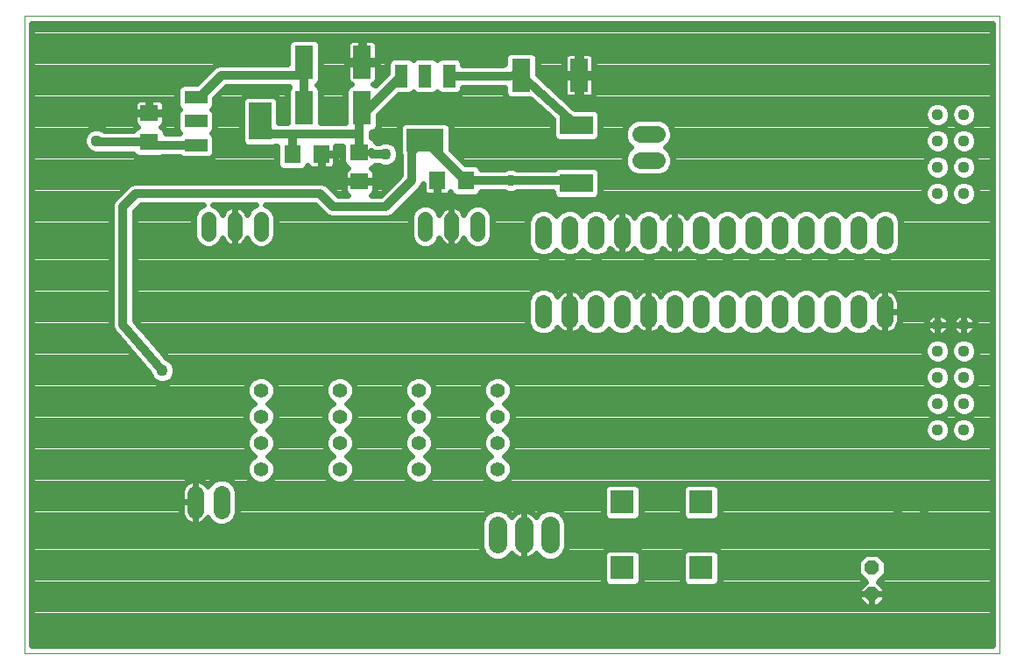
<source format=gtl>
G75*
%MOIN*%
%OFA0B0*%
%FSLAX25Y25*%
%IPPOS*%
%LPD*%
%AMOC8*
5,1,8,0,0,1.08239X$1,22.5*
%
%ADD10C,0.00000*%
%ADD11R,0.07087X0.06299*%
%ADD12R,0.06299X0.07087*%
%ADD13R,0.08800X0.04800*%
%ADD14R,0.08661X0.14173*%
%ADD15R,0.04800X0.08800*%
%ADD16R,0.14173X0.08661*%
%ADD17C,0.05600*%
%ADD18C,0.06400*%
%ADD19OC8,0.05600*%
%ADD20R,0.07087X0.12598*%
%ADD21C,0.05600*%
%ADD22R,0.12598X0.07087*%
%ADD23R,0.08858X0.08858*%
%ADD24C,0.07124*%
%ADD25C,0.04369*%
%ADD26C,0.02400*%
%ADD27C,0.04362*%
%ADD28C,0.03200*%
D10*
X0002200Y0002200D02*
X0002200Y0244661D01*
X0373401Y0244661D01*
X0373401Y0002200D01*
X0002200Y0002200D01*
D11*
X0129700Y0181688D03*
X0129700Y0192712D03*
X0049700Y0196688D03*
X0049700Y0207712D03*
D12*
X0104188Y0192200D03*
X0115212Y0192200D03*
X0159188Y0182200D03*
X0170212Y0182200D03*
D13*
X0067500Y0195600D03*
X0067500Y0204700D03*
X0067500Y0213800D03*
D14*
X0091901Y0204700D03*
D15*
X0145600Y0221900D03*
X0154700Y0221900D03*
X0163800Y0221900D03*
D16*
X0154700Y0197499D03*
D17*
X0152200Y0102200D03*
X0152200Y0092200D03*
X0152200Y0082200D03*
X0152200Y0072200D03*
X0182200Y0072200D03*
X0182200Y0082200D03*
X0182200Y0092200D03*
X0182200Y0102200D03*
X0122200Y0102200D03*
X0122200Y0092200D03*
X0122200Y0082200D03*
X0122200Y0072200D03*
X0092200Y0072200D03*
X0092200Y0082200D03*
X0092200Y0092200D03*
X0092200Y0102200D03*
D18*
X0077200Y0062900D02*
X0077200Y0056500D01*
X0067200Y0056500D02*
X0067200Y0062900D01*
X0199700Y0129000D02*
X0199700Y0135400D01*
X0209700Y0135400D02*
X0209700Y0129000D01*
X0219700Y0129000D02*
X0219700Y0135400D01*
X0229700Y0135400D02*
X0229700Y0129000D01*
X0239700Y0129000D02*
X0239700Y0135400D01*
X0249700Y0135400D02*
X0249700Y0129000D01*
X0259700Y0129000D02*
X0259700Y0135400D01*
X0269700Y0135400D02*
X0269700Y0129000D01*
X0279700Y0129000D02*
X0279700Y0135400D01*
X0289700Y0135400D02*
X0289700Y0129000D01*
X0299700Y0129000D02*
X0299700Y0135400D01*
X0309700Y0135400D02*
X0309700Y0129000D01*
X0319700Y0129000D02*
X0319700Y0135400D01*
X0329700Y0135400D02*
X0329700Y0129000D01*
X0329700Y0159000D02*
X0329700Y0165400D01*
X0319700Y0165400D02*
X0319700Y0159000D01*
X0309700Y0159000D02*
X0309700Y0165400D01*
X0299700Y0165400D02*
X0299700Y0159000D01*
X0289700Y0159000D02*
X0289700Y0165400D01*
X0279700Y0165400D02*
X0279700Y0159000D01*
X0269700Y0159000D02*
X0269700Y0165400D01*
X0259700Y0165400D02*
X0259700Y0159000D01*
X0249700Y0159000D02*
X0249700Y0165400D01*
X0239700Y0165400D02*
X0239700Y0159000D01*
X0229700Y0159000D02*
X0229700Y0165400D01*
X0219700Y0165400D02*
X0219700Y0159000D01*
X0209700Y0159000D02*
X0209700Y0165400D01*
X0199700Y0165400D02*
X0199700Y0159000D01*
X0236500Y0189700D02*
X0242900Y0189700D01*
X0242900Y0199700D02*
X0236500Y0199700D01*
D19*
X0324700Y0034700D03*
X0324700Y0024700D03*
D20*
X0130724Y0209700D03*
X0108676Y0209700D03*
X0108676Y0227200D03*
X0130724Y0227200D03*
X0191176Y0222200D03*
X0213224Y0222200D03*
D21*
X0174700Y0167500D02*
X0174700Y0161900D01*
X0164700Y0161900D02*
X0164700Y0167500D01*
X0154700Y0167500D02*
X0154700Y0161900D01*
X0092200Y0161900D02*
X0092200Y0167500D01*
X0082200Y0167500D02*
X0082200Y0161900D01*
X0072200Y0161900D02*
X0072200Y0167500D01*
D22*
X0212200Y0181176D03*
X0212200Y0203224D03*
D23*
X0229700Y0059700D03*
X0259700Y0059700D03*
X0259700Y0034700D03*
X0229700Y0034700D03*
D24*
X0202200Y0043638D02*
X0202200Y0050762D01*
X0192200Y0050762D02*
X0192200Y0043638D01*
X0182200Y0043638D02*
X0182200Y0050762D01*
D25*
X0349700Y0087200D03*
X0359700Y0087200D03*
X0359700Y0097200D03*
X0349700Y0097200D03*
X0349700Y0107200D03*
X0359700Y0107200D03*
X0359700Y0117200D03*
X0349700Y0117200D03*
X0349700Y0127200D03*
X0359700Y0127200D03*
X0359700Y0177200D03*
X0349700Y0177200D03*
X0349700Y0187200D03*
X0359700Y0187200D03*
X0359700Y0197200D03*
X0349700Y0197200D03*
X0349700Y0207200D03*
X0359700Y0207200D03*
D26*
X0356176Y0203675D02*
X0353224Y0203675D01*
X0352523Y0202975D02*
X0353925Y0204377D01*
X0354684Y0206209D01*
X0354684Y0208191D01*
X0353925Y0210023D01*
X0352523Y0211425D01*
X0350691Y0212184D01*
X0348709Y0212184D01*
X0346877Y0211425D01*
X0345475Y0210023D01*
X0344716Y0208191D01*
X0344716Y0206209D01*
X0345475Y0204377D01*
X0346877Y0202975D01*
X0348709Y0202216D01*
X0350691Y0202216D01*
X0352523Y0202975D01*
X0352523Y0201425D02*
X0350691Y0202184D01*
X0348709Y0202184D01*
X0346877Y0201425D01*
X0345475Y0200023D01*
X0344716Y0198191D01*
X0344716Y0196209D01*
X0345475Y0194377D01*
X0346877Y0192975D01*
X0348709Y0192216D01*
X0350691Y0192216D01*
X0352523Y0192975D01*
X0353925Y0194377D01*
X0354684Y0196209D01*
X0354684Y0198191D01*
X0353925Y0200023D01*
X0352523Y0201425D01*
X0352672Y0201276D02*
X0356728Y0201276D01*
X0356877Y0201425D02*
X0355475Y0200023D01*
X0354716Y0198191D01*
X0354716Y0196209D01*
X0355475Y0194377D01*
X0356877Y0192975D01*
X0358709Y0192216D01*
X0360691Y0192216D01*
X0362523Y0192975D01*
X0363925Y0194377D01*
X0364684Y0196209D01*
X0364684Y0198191D01*
X0363925Y0200023D01*
X0362523Y0201425D01*
X0360691Y0202184D01*
X0358709Y0202184D01*
X0356877Y0201425D01*
X0356877Y0202975D02*
X0358709Y0202216D01*
X0360691Y0202216D01*
X0362523Y0202975D01*
X0363925Y0204377D01*
X0364684Y0206209D01*
X0364684Y0208191D01*
X0363925Y0210023D01*
X0362523Y0211425D01*
X0360691Y0212184D01*
X0358709Y0212184D01*
X0356877Y0211425D01*
X0355475Y0210023D01*
X0354716Y0208191D01*
X0354716Y0206209D01*
X0355475Y0204377D01*
X0356877Y0202975D01*
X0354772Y0206073D02*
X0354628Y0206073D01*
X0354568Y0208472D02*
X0354832Y0208472D01*
X0356322Y0210870D02*
X0353078Y0210870D01*
X0346322Y0210870D02*
X0210268Y0210870D01*
X0211720Y0209567D02*
X0197520Y0222314D01*
X0197520Y0229056D01*
X0197093Y0230085D01*
X0196306Y0230873D01*
X0195277Y0231299D01*
X0187076Y0231299D01*
X0186047Y0230873D01*
X0185259Y0230085D01*
X0184833Y0229056D01*
X0184833Y0226339D01*
X0183885Y0226300D01*
X0169000Y0226300D01*
X0169000Y0226857D01*
X0168574Y0227886D01*
X0167786Y0228674D01*
X0166757Y0229100D01*
X0160843Y0229100D01*
X0159814Y0228674D01*
X0159250Y0228110D01*
X0158686Y0228674D01*
X0157657Y0229100D01*
X0151743Y0229100D01*
X0150714Y0228674D01*
X0150150Y0228110D01*
X0149586Y0228674D01*
X0148557Y0229100D01*
X0142643Y0229100D01*
X0141614Y0228674D01*
X0140826Y0227886D01*
X0140400Y0226857D01*
X0140400Y0222923D01*
X0135851Y0218374D01*
X0134863Y0218783D01*
X0135116Y0218851D01*
X0135618Y0219140D01*
X0136027Y0219550D01*
X0136317Y0220052D01*
X0136467Y0220611D01*
X0136467Y0226628D01*
X0131295Y0226628D01*
X0131295Y0227772D01*
X0130152Y0227772D01*
X0130152Y0235699D01*
X0126891Y0235699D01*
X0126331Y0235549D01*
X0125829Y0235260D01*
X0125420Y0234850D01*
X0125130Y0234348D01*
X0124980Y0233789D01*
X0124980Y0227772D01*
X0130152Y0227772D01*
X0130152Y0226628D01*
X0124980Y0226628D01*
X0124980Y0220611D01*
X0125130Y0220052D01*
X0125420Y0219550D01*
X0125829Y0219140D01*
X0126331Y0218851D01*
X0126584Y0218783D01*
X0125594Y0218373D01*
X0124807Y0217585D01*
X0124380Y0216556D01*
X0124380Y0204100D01*
X0115020Y0204100D01*
X0115020Y0216556D01*
X0114593Y0217585D01*
X0113806Y0218373D01*
X0113620Y0218450D01*
X0113806Y0218527D01*
X0114593Y0219315D01*
X0115020Y0220344D01*
X0115020Y0234056D01*
X0114593Y0235085D01*
X0113806Y0235873D01*
X0112777Y0236299D01*
X0104576Y0236299D01*
X0103547Y0235873D01*
X0102759Y0235085D01*
X0102333Y0234056D01*
X0102333Y0226600D01*
X0076325Y0226600D01*
X0074708Y0225930D01*
X0073470Y0224692D01*
X0067777Y0219000D01*
X0062543Y0219000D01*
X0061514Y0218574D01*
X0060726Y0217786D01*
X0060300Y0216757D01*
X0060300Y0210843D01*
X0060726Y0209814D01*
X0061290Y0209250D01*
X0060726Y0208686D01*
X0060300Y0207657D01*
X0060300Y0201743D01*
X0060726Y0200714D01*
X0061290Y0200150D01*
X0061140Y0200000D01*
X0056043Y0200000D01*
X0056043Y0200395D01*
X0055617Y0201424D01*
X0054829Y0202212D01*
X0054097Y0202515D01*
X0054594Y0202802D01*
X0055004Y0203211D01*
X0055293Y0203713D01*
X0055443Y0204273D01*
X0055443Y0207337D01*
X0050075Y0207337D01*
X0050075Y0208087D01*
X0049325Y0208087D01*
X0049325Y0213061D01*
X0045867Y0213061D01*
X0045308Y0212911D01*
X0044806Y0212622D01*
X0044396Y0212212D01*
X0044107Y0211711D01*
X0043957Y0211151D01*
X0043957Y0208087D01*
X0049325Y0208087D01*
X0049325Y0207337D01*
X0043957Y0207337D01*
X0043957Y0204273D01*
X0044107Y0203713D01*
X0044396Y0203211D01*
X0044806Y0202802D01*
X0045303Y0202515D01*
X0044571Y0202212D01*
X0043783Y0201424D01*
X0043644Y0201088D01*
X0032856Y0201088D01*
X0032522Y0201423D01*
X0030691Y0202181D01*
X0028709Y0202181D01*
X0026878Y0201423D01*
X0025477Y0200022D01*
X0024719Y0198191D01*
X0024719Y0196209D01*
X0025477Y0194378D01*
X0026878Y0192977D01*
X0028709Y0192219D01*
X0030691Y0192219D01*
X0030858Y0192288D01*
X0043644Y0192288D01*
X0043783Y0191953D01*
X0044571Y0191165D01*
X0045600Y0190739D01*
X0053800Y0190739D01*
X0054829Y0191165D01*
X0054865Y0191200D01*
X0061140Y0191200D01*
X0061514Y0190826D01*
X0062543Y0190400D01*
X0072457Y0190400D01*
X0073486Y0190826D01*
X0074274Y0191614D01*
X0074700Y0192643D01*
X0074700Y0198557D01*
X0074274Y0199586D01*
X0073710Y0200150D01*
X0074274Y0200714D01*
X0074700Y0201743D01*
X0074700Y0207657D01*
X0074274Y0208686D01*
X0073710Y0209250D01*
X0074274Y0209814D01*
X0074700Y0210843D01*
X0074700Y0213477D01*
X0079023Y0217800D01*
X0102974Y0217800D01*
X0102759Y0217585D01*
X0102333Y0216556D01*
X0102333Y0204100D01*
X0099031Y0204100D01*
X0099031Y0212344D01*
X0098605Y0213373D01*
X0097818Y0214160D01*
X0096788Y0214587D01*
X0087013Y0214587D01*
X0085984Y0214160D01*
X0085196Y0213373D01*
X0084770Y0212344D01*
X0084770Y0197056D01*
X0085196Y0196027D01*
X0085984Y0195240D01*
X0087013Y0194813D01*
X0096788Y0194813D01*
X0097818Y0195240D01*
X0097878Y0195300D01*
X0098239Y0195300D01*
X0098239Y0188100D01*
X0098665Y0187071D01*
X0099453Y0186283D01*
X0100482Y0185857D01*
X0107895Y0185857D01*
X0108924Y0186283D01*
X0109712Y0187071D01*
X0110015Y0187803D01*
X0110302Y0187306D01*
X0110711Y0186896D01*
X0111213Y0186607D01*
X0111773Y0186457D01*
X0114837Y0186457D01*
X0114837Y0191825D01*
X0115587Y0191825D01*
X0115587Y0192575D01*
X0120561Y0192575D01*
X0120561Y0195300D01*
X0123357Y0195300D01*
X0123357Y0189005D01*
X0123783Y0187976D01*
X0124571Y0187188D01*
X0125303Y0186885D01*
X0124806Y0186598D01*
X0124396Y0186189D01*
X0124107Y0185687D01*
X0123957Y0185127D01*
X0123957Y0182063D01*
X0129325Y0182063D01*
X0129325Y0181313D01*
X0123957Y0181313D01*
X0123957Y0178249D01*
X0124107Y0177689D01*
X0124396Y0177188D01*
X0124806Y0176778D01*
X0125114Y0176600D01*
X0121523Y0176600D01*
X0117192Y0180930D01*
X0115575Y0181600D01*
X0043825Y0181600D01*
X0042208Y0180930D01*
X0037208Y0175930D01*
X0035970Y0174692D01*
X0035300Y0173075D01*
X0035300Y0127369D01*
X0035246Y0126665D01*
X0035300Y0126499D01*
X0035300Y0126325D01*
X0035570Y0125672D01*
X0035790Y0125001D01*
X0035903Y0124869D01*
X0035970Y0124708D01*
X0036469Y0124208D01*
X0049719Y0108750D01*
X0049719Y0108709D01*
X0050477Y0106878D01*
X0051878Y0105477D01*
X0053709Y0104719D01*
X0055691Y0104719D01*
X0057522Y0105477D01*
X0058923Y0106878D01*
X0059681Y0108709D01*
X0059681Y0110691D01*
X0058923Y0112522D01*
X0057522Y0113923D01*
X0056520Y0114338D01*
X0044100Y0128828D01*
X0044100Y0170377D01*
X0046523Y0172800D01*
X0070362Y0172800D01*
X0069028Y0172247D01*
X0067453Y0170672D01*
X0066600Y0168614D01*
X0066600Y0160786D01*
X0067453Y0158728D01*
X0069028Y0157153D01*
X0071086Y0156300D01*
X0073314Y0156300D01*
X0075372Y0157153D01*
X0076947Y0158728D01*
X0077522Y0160116D01*
X0077566Y0159981D01*
X0077924Y0159279D01*
X0078386Y0158643D01*
X0078943Y0158086D01*
X0079579Y0157624D01*
X0080281Y0157266D01*
X0081029Y0157023D01*
X0081806Y0156900D01*
X0082200Y0156900D01*
X0082594Y0156900D01*
X0083371Y0157023D01*
X0084119Y0157266D01*
X0084821Y0157624D01*
X0085457Y0158086D01*
X0086014Y0158643D01*
X0086476Y0159279D01*
X0086834Y0159981D01*
X0086878Y0160116D01*
X0087453Y0158728D01*
X0089028Y0157153D01*
X0091086Y0156300D01*
X0093314Y0156300D01*
X0095372Y0157153D01*
X0096947Y0158728D01*
X0097800Y0160786D01*
X0097800Y0168614D01*
X0096947Y0170672D01*
X0095372Y0172247D01*
X0094038Y0172800D01*
X0112877Y0172800D01*
X0115970Y0169708D01*
X0117208Y0168470D01*
X0118825Y0167800D01*
X0140575Y0167800D01*
X0142192Y0168470D01*
X0153430Y0179708D01*
X0153839Y0180694D01*
X0153839Y0178367D01*
X0153989Y0177808D01*
X0154278Y0177306D01*
X0154688Y0176896D01*
X0155189Y0176607D01*
X0155749Y0176457D01*
X0158813Y0176457D01*
X0158813Y0181825D01*
X0159563Y0181825D01*
X0159563Y0176457D01*
X0162627Y0176457D01*
X0163187Y0176607D01*
X0163689Y0176896D01*
X0164098Y0177306D01*
X0164385Y0177803D01*
X0164688Y0177071D01*
X0165476Y0176283D01*
X0166505Y0175857D01*
X0173918Y0175857D01*
X0174947Y0176283D01*
X0175735Y0177071D01*
X0176037Y0177800D01*
X0184806Y0177800D01*
X0186209Y0177219D01*
X0188191Y0177219D01*
X0189594Y0177800D01*
X0203101Y0177800D01*
X0203101Y0177076D01*
X0203527Y0176047D01*
X0204315Y0175259D01*
X0205344Y0174833D01*
X0219056Y0174833D01*
X0220085Y0175259D01*
X0220873Y0176047D01*
X0221299Y0177076D01*
X0221299Y0185277D01*
X0220873Y0186306D01*
X0220085Y0187093D01*
X0219056Y0187520D01*
X0205344Y0187520D01*
X0204315Y0187093D01*
X0203821Y0186600D01*
X0189594Y0186600D01*
X0188191Y0187181D01*
X0186209Y0187181D01*
X0184806Y0186600D01*
X0176037Y0186600D01*
X0175735Y0187329D01*
X0174947Y0188117D01*
X0173918Y0188543D01*
X0169878Y0188543D01*
X0164587Y0193835D01*
X0164587Y0202387D01*
X0164160Y0203416D01*
X0163373Y0204204D01*
X0162344Y0204630D01*
X0147056Y0204630D01*
X0146027Y0204204D01*
X0145240Y0203416D01*
X0144813Y0202387D01*
X0144813Y0192612D01*
X0145240Y0191582D01*
X0145300Y0191522D01*
X0145300Y0184023D01*
X0137877Y0176600D01*
X0134286Y0176600D01*
X0134594Y0176778D01*
X0135004Y0177188D01*
X0135293Y0177689D01*
X0135443Y0178249D01*
X0135443Y0181313D01*
X0130075Y0181313D01*
X0130075Y0182063D01*
X0135443Y0182063D01*
X0135443Y0185127D01*
X0135293Y0185687D01*
X0135004Y0186189D01*
X0134594Y0186598D01*
X0134097Y0186885D01*
X0134829Y0187188D01*
X0135441Y0187800D01*
X0137306Y0187800D01*
X0138709Y0187219D01*
X0140691Y0187219D01*
X0142522Y0187977D01*
X0143923Y0189378D01*
X0144681Y0191209D01*
X0144681Y0193191D01*
X0143923Y0195022D01*
X0142522Y0196423D01*
X0140691Y0197181D01*
X0138709Y0197181D01*
X0137306Y0196600D01*
X0136299Y0196600D01*
X0135900Y0196765D01*
X0135617Y0197447D01*
X0134829Y0198235D01*
X0134100Y0198537D01*
X0134100Y0200601D01*
X0134824Y0200601D01*
X0135853Y0201027D01*
X0136641Y0201815D01*
X0137067Y0202844D01*
X0137067Y0207144D01*
X0144623Y0214700D01*
X0148557Y0214700D01*
X0149586Y0215126D01*
X0150150Y0215690D01*
X0150714Y0215126D01*
X0151743Y0214700D01*
X0157657Y0214700D01*
X0158686Y0215126D01*
X0159250Y0215690D01*
X0159814Y0215126D01*
X0160843Y0214700D01*
X0166757Y0214700D01*
X0167786Y0215126D01*
X0168574Y0215914D01*
X0169000Y0216943D01*
X0169000Y0217500D01*
X0183196Y0217500D01*
X0183285Y0217467D01*
X0184068Y0217500D01*
X0184833Y0217500D01*
X0184833Y0215344D01*
X0185259Y0214315D01*
X0186047Y0213527D01*
X0187076Y0213101D01*
X0194610Y0213101D01*
X0203101Y0205479D01*
X0203101Y0199123D01*
X0203527Y0198094D01*
X0204315Y0197307D01*
X0205344Y0196880D01*
X0219056Y0196880D01*
X0220085Y0197307D01*
X0220873Y0198094D01*
X0221299Y0199123D01*
X0221299Y0207324D01*
X0220873Y0208353D01*
X0220085Y0209141D01*
X0219056Y0209567D01*
X0211720Y0209567D01*
X0212652Y0213701D02*
X0209391Y0213701D01*
X0208831Y0213851D01*
X0208329Y0214140D01*
X0207920Y0214550D01*
X0207630Y0215052D01*
X0207480Y0215611D01*
X0207480Y0221628D01*
X0212652Y0221628D01*
X0213795Y0221628D01*
X0213795Y0213701D01*
X0217057Y0213701D01*
X0217616Y0213851D01*
X0218118Y0214140D01*
X0218527Y0214550D01*
X0218817Y0215052D01*
X0218967Y0215611D01*
X0218967Y0221628D01*
X0213795Y0221628D01*
X0213795Y0222772D01*
X0212652Y0222772D01*
X0212652Y0230699D01*
X0209391Y0230699D01*
X0208831Y0230549D01*
X0208329Y0230260D01*
X0207920Y0229850D01*
X0207630Y0229348D01*
X0207480Y0228789D01*
X0207480Y0222772D01*
X0212652Y0222772D01*
X0212652Y0221628D01*
X0212652Y0213701D01*
X0212652Y0215668D02*
X0213795Y0215668D01*
X0213795Y0218066D02*
X0212652Y0218066D01*
X0212652Y0220465D02*
X0213795Y0220465D01*
X0213795Y0222772D02*
X0218967Y0222772D01*
X0218967Y0228789D01*
X0218817Y0229348D01*
X0218527Y0229850D01*
X0218118Y0230260D01*
X0217616Y0230549D01*
X0217057Y0230699D01*
X0213795Y0230699D01*
X0213795Y0222772D01*
X0213795Y0222863D02*
X0212652Y0222863D01*
X0212652Y0225262D02*
X0213795Y0225262D01*
X0213795Y0227660D02*
X0212652Y0227660D01*
X0212652Y0230059D02*
X0213795Y0230059D01*
X0218319Y0230059D02*
X0370601Y0230059D01*
X0370601Y0232457D02*
X0136467Y0232457D01*
X0136467Y0233789D02*
X0136317Y0234348D01*
X0136027Y0234850D01*
X0135618Y0235260D01*
X0135116Y0235549D01*
X0134557Y0235699D01*
X0131295Y0235699D01*
X0131295Y0227772D01*
X0136467Y0227772D01*
X0136467Y0233789D01*
X0136022Y0234856D02*
X0370601Y0234856D01*
X0370601Y0237254D02*
X0005000Y0237254D01*
X0005000Y0234856D02*
X0102664Y0234856D01*
X0102333Y0232457D02*
X0005000Y0232457D01*
X0005000Y0230059D02*
X0102333Y0230059D01*
X0102333Y0227660D02*
X0005000Y0227660D01*
X0005000Y0225262D02*
X0074039Y0225262D01*
X0071641Y0222863D02*
X0005000Y0222863D01*
X0005000Y0220465D02*
X0069242Y0220465D01*
X0061006Y0218066D02*
X0005000Y0218066D01*
X0005000Y0215668D02*
X0060300Y0215668D01*
X0060300Y0213269D02*
X0005000Y0213269D01*
X0005000Y0210870D02*
X0043957Y0210870D01*
X0043957Y0208472D02*
X0005000Y0208472D01*
X0005000Y0206073D02*
X0043957Y0206073D01*
X0044129Y0203675D02*
X0005000Y0203675D01*
X0005000Y0201276D02*
X0026732Y0201276D01*
X0025004Y0198878D02*
X0005000Y0198878D01*
X0005000Y0196479D02*
X0024719Y0196479D01*
X0025775Y0194081D02*
X0005000Y0194081D01*
X0005000Y0191682D02*
X0044053Y0191682D01*
X0049700Y0196688D02*
X0050788Y0195600D01*
X0055678Y0201276D02*
X0060493Y0201276D01*
X0060300Y0203675D02*
X0055271Y0203675D01*
X0055443Y0206073D02*
X0060300Y0206073D01*
X0060638Y0208472D02*
X0055443Y0208472D01*
X0055443Y0208087D02*
X0055443Y0211151D01*
X0055293Y0211711D01*
X0055004Y0212212D01*
X0054594Y0212622D01*
X0054092Y0212911D01*
X0053533Y0213061D01*
X0050075Y0213061D01*
X0050075Y0208087D01*
X0055443Y0208087D01*
X0055443Y0210870D02*
X0060300Y0210870D01*
X0067500Y0213800D02*
X0068800Y0213800D01*
X0074700Y0213269D02*
X0085153Y0213269D01*
X0084770Y0210870D02*
X0074700Y0210870D01*
X0074362Y0208472D02*
X0084770Y0208472D01*
X0084770Y0206073D02*
X0074700Y0206073D01*
X0074700Y0203675D02*
X0084770Y0203675D01*
X0084770Y0201276D02*
X0074507Y0201276D01*
X0074567Y0198878D02*
X0084770Y0198878D01*
X0085009Y0196479D02*
X0074700Y0196479D01*
X0074700Y0194081D02*
X0098239Y0194081D01*
X0098239Y0191682D02*
X0074302Y0191682D01*
X0091901Y0204700D02*
X0095877Y0200724D01*
X0095877Y0199700D01*
X0099031Y0206073D02*
X0102333Y0206073D01*
X0102333Y0208472D02*
X0099031Y0208472D01*
X0099031Y0210870D02*
X0102333Y0210870D01*
X0102333Y0213269D02*
X0098648Y0213269D01*
X0102333Y0215668D02*
X0076890Y0215668D01*
X0050075Y0210870D02*
X0049325Y0210870D01*
X0049325Y0208472D02*
X0050075Y0208472D01*
X0043722Y0201276D02*
X0032668Y0201276D01*
X0029700Y0197200D02*
X0030212Y0196688D01*
X0005000Y0189284D02*
X0098239Y0189284D01*
X0098850Y0186885D02*
X0005000Y0186885D01*
X0005000Y0184487D02*
X0123957Y0184487D01*
X0123957Y0182088D02*
X0005000Y0182088D01*
X0005000Y0179690D02*
X0040967Y0179690D01*
X0038569Y0177291D02*
X0005000Y0177291D01*
X0005000Y0174893D02*
X0036170Y0174893D01*
X0035300Y0172494D02*
X0005000Y0172494D01*
X0005000Y0170096D02*
X0035300Y0170096D01*
X0035300Y0167697D02*
X0005000Y0167697D01*
X0005000Y0165299D02*
X0035300Y0165299D01*
X0035300Y0162900D02*
X0005000Y0162900D01*
X0005000Y0160502D02*
X0035300Y0160502D01*
X0035300Y0158103D02*
X0005000Y0158103D01*
X0005000Y0155705D02*
X0035300Y0155705D01*
X0035300Y0153306D02*
X0005000Y0153306D01*
X0005000Y0150908D02*
X0035300Y0150908D01*
X0035300Y0148509D02*
X0005000Y0148509D01*
X0005000Y0146111D02*
X0035300Y0146111D01*
X0035300Y0143712D02*
X0005000Y0143712D01*
X0005000Y0141314D02*
X0035300Y0141314D01*
X0035300Y0138915D02*
X0005000Y0138915D01*
X0005000Y0136517D02*
X0035300Y0136517D01*
X0035300Y0134118D02*
X0005000Y0134118D01*
X0005000Y0131720D02*
X0035300Y0131720D01*
X0035300Y0129321D02*
X0005000Y0129321D01*
X0005000Y0126923D02*
X0035266Y0126923D01*
X0036153Y0124524D02*
X0005000Y0124524D01*
X0005000Y0122126D02*
X0038254Y0122126D01*
X0040310Y0119727D02*
X0005000Y0119727D01*
X0005000Y0117329D02*
X0042366Y0117329D01*
X0044422Y0114930D02*
X0005000Y0114930D01*
X0005000Y0112532D02*
X0046478Y0112532D01*
X0048534Y0110133D02*
X0005000Y0110133D01*
X0005000Y0107734D02*
X0050123Y0107734D01*
X0052219Y0105336D02*
X0005000Y0105336D01*
X0005000Y0102937D02*
X0086600Y0102937D01*
X0086600Y0103314D02*
X0086600Y0101086D01*
X0087453Y0099028D01*
X0089028Y0097453D01*
X0089638Y0097200D01*
X0089028Y0096947D01*
X0087453Y0095372D01*
X0086600Y0093314D01*
X0086600Y0091086D01*
X0087453Y0089028D01*
X0089028Y0087453D01*
X0089638Y0087200D01*
X0089028Y0086947D01*
X0087453Y0085372D01*
X0086600Y0083314D01*
X0086600Y0081086D01*
X0087453Y0079028D01*
X0089028Y0077453D01*
X0089638Y0077200D01*
X0089028Y0076947D01*
X0087453Y0075372D01*
X0086600Y0073314D01*
X0086600Y0071086D01*
X0087453Y0069028D01*
X0089028Y0067453D01*
X0091086Y0066600D01*
X0093314Y0066600D01*
X0095372Y0067453D01*
X0096947Y0069028D01*
X0097800Y0071086D01*
X0097800Y0073314D01*
X0096947Y0075372D01*
X0095372Y0076947D01*
X0094762Y0077200D01*
X0095372Y0077453D01*
X0096947Y0079028D01*
X0097800Y0081086D01*
X0097800Y0083314D01*
X0096947Y0085372D01*
X0095372Y0086947D01*
X0094762Y0087200D01*
X0095372Y0087453D01*
X0096947Y0089028D01*
X0097800Y0091086D01*
X0097800Y0093314D01*
X0096947Y0095372D01*
X0095372Y0096947D01*
X0094762Y0097200D01*
X0095372Y0097453D01*
X0096947Y0099028D01*
X0097800Y0101086D01*
X0097800Y0103314D01*
X0096947Y0105372D01*
X0095372Y0106947D01*
X0093314Y0107800D01*
X0091086Y0107800D01*
X0089028Y0106947D01*
X0087453Y0105372D01*
X0086600Y0103314D01*
X0087438Y0105336D02*
X0057181Y0105336D01*
X0059277Y0107734D02*
X0090928Y0107734D01*
X0093472Y0107734D02*
X0120928Y0107734D01*
X0121086Y0107800D02*
X0119028Y0106947D01*
X0117453Y0105372D01*
X0116600Y0103314D01*
X0116600Y0101086D01*
X0117453Y0099028D01*
X0119028Y0097453D01*
X0119638Y0097200D01*
X0119028Y0096947D01*
X0117453Y0095372D01*
X0116600Y0093314D01*
X0116600Y0091086D01*
X0117453Y0089028D01*
X0119028Y0087453D01*
X0119638Y0087200D01*
X0119028Y0086947D01*
X0117453Y0085372D01*
X0116600Y0083314D01*
X0116600Y0081086D01*
X0117453Y0079028D01*
X0119028Y0077453D01*
X0119638Y0077200D01*
X0119028Y0076947D01*
X0117453Y0075372D01*
X0116600Y0073314D01*
X0116600Y0071086D01*
X0117453Y0069028D01*
X0119028Y0067453D01*
X0121086Y0066600D01*
X0123314Y0066600D01*
X0125372Y0067453D01*
X0126947Y0069028D01*
X0127800Y0071086D01*
X0127800Y0073314D01*
X0126947Y0075372D01*
X0125372Y0076947D01*
X0124762Y0077200D01*
X0125372Y0077453D01*
X0126947Y0079028D01*
X0127800Y0081086D01*
X0127800Y0083314D01*
X0126947Y0085372D01*
X0125372Y0086947D01*
X0124762Y0087200D01*
X0125372Y0087453D01*
X0126947Y0089028D01*
X0127800Y0091086D01*
X0127800Y0093314D01*
X0126947Y0095372D01*
X0125372Y0096947D01*
X0124762Y0097200D01*
X0125372Y0097453D01*
X0126947Y0099028D01*
X0127800Y0101086D01*
X0127800Y0103314D01*
X0126947Y0105372D01*
X0125372Y0106947D01*
X0123314Y0107800D01*
X0121086Y0107800D01*
X0123472Y0107734D02*
X0150928Y0107734D01*
X0151086Y0107800D02*
X0149028Y0106947D01*
X0147453Y0105372D01*
X0146600Y0103314D01*
X0146600Y0101086D01*
X0147453Y0099028D01*
X0149028Y0097453D01*
X0149638Y0097200D01*
X0149028Y0096947D01*
X0147453Y0095372D01*
X0146600Y0093314D01*
X0146600Y0091086D01*
X0147453Y0089028D01*
X0149028Y0087453D01*
X0149638Y0087200D01*
X0149028Y0086947D01*
X0147453Y0085372D01*
X0146600Y0083314D01*
X0146600Y0081086D01*
X0147453Y0079028D01*
X0149028Y0077453D01*
X0149638Y0077200D01*
X0149028Y0076947D01*
X0147453Y0075372D01*
X0146600Y0073314D01*
X0146600Y0071086D01*
X0147453Y0069028D01*
X0149028Y0067453D01*
X0151086Y0066600D01*
X0153314Y0066600D01*
X0155372Y0067453D01*
X0156947Y0069028D01*
X0157800Y0071086D01*
X0157800Y0073314D01*
X0156947Y0075372D01*
X0155372Y0076947D01*
X0154762Y0077200D01*
X0155372Y0077453D01*
X0156947Y0079028D01*
X0157800Y0081086D01*
X0157800Y0083314D01*
X0156947Y0085372D01*
X0155372Y0086947D01*
X0154762Y0087200D01*
X0155372Y0087453D01*
X0156947Y0089028D01*
X0157800Y0091086D01*
X0157800Y0093314D01*
X0156947Y0095372D01*
X0155372Y0096947D01*
X0154762Y0097200D01*
X0155372Y0097453D01*
X0156947Y0099028D01*
X0157800Y0101086D01*
X0157800Y0103314D01*
X0156947Y0105372D01*
X0155372Y0106947D01*
X0153314Y0107800D01*
X0151086Y0107800D01*
X0153472Y0107734D02*
X0180928Y0107734D01*
X0181086Y0107800D02*
X0179028Y0106947D01*
X0177453Y0105372D01*
X0176600Y0103314D01*
X0176600Y0101086D01*
X0177453Y0099028D01*
X0179028Y0097453D01*
X0179638Y0097200D01*
X0179028Y0096947D01*
X0177453Y0095372D01*
X0176600Y0093314D01*
X0176600Y0091086D01*
X0177453Y0089028D01*
X0179028Y0087453D01*
X0179638Y0087200D01*
X0179028Y0086947D01*
X0177453Y0085372D01*
X0176600Y0083314D01*
X0176600Y0081086D01*
X0177453Y0079028D01*
X0179028Y0077453D01*
X0179638Y0077200D01*
X0179028Y0076947D01*
X0177453Y0075372D01*
X0176600Y0073314D01*
X0176600Y0071086D01*
X0177453Y0069028D01*
X0179028Y0067453D01*
X0181086Y0066600D01*
X0183314Y0066600D01*
X0185372Y0067453D01*
X0186947Y0069028D01*
X0187800Y0071086D01*
X0187800Y0073314D01*
X0186947Y0075372D01*
X0185372Y0076947D01*
X0184762Y0077200D01*
X0185372Y0077453D01*
X0186947Y0079028D01*
X0187800Y0081086D01*
X0187800Y0083314D01*
X0186947Y0085372D01*
X0185372Y0086947D01*
X0184762Y0087200D01*
X0185372Y0087453D01*
X0186947Y0089028D01*
X0187800Y0091086D01*
X0187800Y0093314D01*
X0186947Y0095372D01*
X0185372Y0096947D01*
X0184762Y0097200D01*
X0185372Y0097453D01*
X0186947Y0099028D01*
X0187800Y0101086D01*
X0187800Y0103314D01*
X0186947Y0105372D01*
X0185372Y0106947D01*
X0183314Y0107800D01*
X0181086Y0107800D01*
X0183472Y0107734D02*
X0344716Y0107734D01*
X0344716Y0108191D02*
X0344716Y0106209D01*
X0345475Y0104377D01*
X0346877Y0102975D01*
X0348709Y0102216D01*
X0350691Y0102216D01*
X0352523Y0102975D01*
X0353925Y0104377D01*
X0354684Y0106209D01*
X0354684Y0108191D01*
X0353925Y0110023D01*
X0352523Y0111425D01*
X0350691Y0112184D01*
X0348709Y0112184D01*
X0346877Y0111425D01*
X0345475Y0110023D01*
X0344716Y0108191D01*
X0345584Y0110133D02*
X0059681Y0110133D01*
X0058913Y0112532D02*
X0347946Y0112532D01*
X0348709Y0112216D02*
X0350691Y0112216D01*
X0352523Y0112975D01*
X0353925Y0114377D01*
X0354684Y0116209D01*
X0354684Y0118191D01*
X0353925Y0120023D01*
X0352523Y0121425D01*
X0350691Y0122184D01*
X0348709Y0122184D01*
X0346877Y0121425D01*
X0345475Y0120023D01*
X0344716Y0118191D01*
X0344716Y0116209D01*
X0345475Y0114377D01*
X0346877Y0112975D01*
X0348709Y0112216D01*
X0351454Y0112532D02*
X0357946Y0112532D01*
X0358709Y0112216D02*
X0360691Y0112216D01*
X0362523Y0112975D01*
X0363925Y0114377D01*
X0364684Y0116209D01*
X0364684Y0118191D01*
X0363925Y0120023D01*
X0362523Y0121425D01*
X0360691Y0122184D01*
X0358709Y0122184D01*
X0356877Y0121425D01*
X0355475Y0120023D01*
X0354716Y0118191D01*
X0354716Y0116209D01*
X0355475Y0114377D01*
X0356877Y0112975D01*
X0358709Y0112216D01*
X0358709Y0112184D02*
X0356877Y0111425D01*
X0355475Y0110023D01*
X0354716Y0108191D01*
X0354716Y0106209D01*
X0355475Y0104377D01*
X0356877Y0102975D01*
X0358709Y0102216D01*
X0360691Y0102216D01*
X0362523Y0102975D01*
X0363925Y0104377D01*
X0364684Y0106209D01*
X0364684Y0108191D01*
X0363925Y0110023D01*
X0362523Y0111425D01*
X0360691Y0112184D01*
X0358709Y0112184D01*
X0361454Y0112532D02*
X0370601Y0112532D01*
X0370601Y0114930D02*
X0364155Y0114930D01*
X0364684Y0117329D02*
X0370601Y0117329D01*
X0370601Y0119727D02*
X0364048Y0119727D01*
X0360833Y0122126D02*
X0370601Y0122126D01*
X0370601Y0124524D02*
X0363175Y0124524D01*
X0363044Y0124344D02*
X0363450Y0124902D01*
X0363763Y0125517D01*
X0363976Y0126173D01*
X0364084Y0126855D01*
X0364084Y0127200D01*
X0364084Y0127545D01*
X0363976Y0128227D01*
X0363763Y0128883D01*
X0363450Y0129498D01*
X0363044Y0130056D01*
X0362556Y0130544D01*
X0361998Y0130950D01*
X0361383Y0131263D01*
X0360727Y0131476D01*
X0360045Y0131584D01*
X0359700Y0131584D01*
X0359700Y0127200D01*
X0364084Y0127200D01*
X0359700Y0127200D01*
X0359700Y0127200D01*
X0359700Y0127200D01*
X0359700Y0122816D01*
X0360045Y0122816D01*
X0360727Y0122924D01*
X0361383Y0123137D01*
X0361998Y0123450D01*
X0362556Y0123856D01*
X0363044Y0124344D01*
X0364084Y0126923D02*
X0370601Y0126923D01*
X0370601Y0129321D02*
X0363540Y0129321D01*
X0359700Y0129321D02*
X0359700Y0129321D01*
X0359700Y0127200D02*
X0359700Y0131584D01*
X0359355Y0131584D01*
X0358673Y0131476D01*
X0358017Y0131263D01*
X0357402Y0130950D01*
X0356844Y0130544D01*
X0356356Y0130056D01*
X0355950Y0129498D01*
X0355637Y0128883D01*
X0355424Y0128227D01*
X0355316Y0127545D01*
X0355316Y0127200D01*
X0359700Y0127200D01*
X0359700Y0127200D01*
X0359700Y0127200D01*
X0359700Y0122816D01*
X0359355Y0122816D01*
X0358673Y0122924D01*
X0358017Y0123137D01*
X0357402Y0123450D01*
X0356844Y0123856D01*
X0356356Y0124344D01*
X0355950Y0124902D01*
X0355637Y0125517D01*
X0355424Y0126173D01*
X0355316Y0126855D01*
X0355316Y0127200D01*
X0359700Y0127200D01*
X0359700Y0126923D02*
X0359700Y0126923D01*
X0359700Y0124524D02*
X0359700Y0124524D01*
X0358567Y0122126D02*
X0350833Y0122126D01*
X0350727Y0122924D02*
X0351383Y0123137D01*
X0351998Y0123450D01*
X0352556Y0123856D01*
X0353044Y0124344D01*
X0353450Y0124902D01*
X0353763Y0125517D01*
X0353976Y0126173D01*
X0354084Y0126855D01*
X0354084Y0127200D01*
X0354084Y0127545D01*
X0353976Y0128227D01*
X0353763Y0128883D01*
X0353450Y0129498D01*
X0353044Y0130056D01*
X0352556Y0130544D01*
X0351998Y0130950D01*
X0351383Y0131263D01*
X0350727Y0131476D01*
X0350045Y0131584D01*
X0349700Y0131584D01*
X0349700Y0127200D01*
X0354084Y0127200D01*
X0349700Y0127200D01*
X0349700Y0127200D01*
X0349700Y0127200D01*
X0349700Y0122816D01*
X0350045Y0122816D01*
X0350727Y0122924D01*
X0349700Y0122816D02*
X0349700Y0127200D01*
X0349700Y0127200D01*
X0349700Y0127200D01*
X0345316Y0127200D01*
X0345316Y0127545D01*
X0345424Y0128227D01*
X0345637Y0128883D01*
X0345950Y0129498D01*
X0346356Y0130056D01*
X0346844Y0130544D01*
X0347402Y0130950D01*
X0348017Y0131263D01*
X0348673Y0131476D01*
X0349355Y0131584D01*
X0349700Y0131584D01*
X0349700Y0127200D01*
X0345316Y0127200D01*
X0345316Y0126855D01*
X0345424Y0126173D01*
X0345637Y0125517D01*
X0345950Y0124902D01*
X0346356Y0124344D01*
X0346844Y0123856D01*
X0347402Y0123450D01*
X0348017Y0123137D01*
X0348673Y0122924D01*
X0349355Y0122816D01*
X0349700Y0122816D01*
X0348567Y0122126D02*
X0049845Y0122126D01*
X0047789Y0124524D02*
X0195691Y0124524D01*
X0196301Y0123913D02*
X0194613Y0125601D01*
X0193700Y0127807D01*
X0193700Y0136593D01*
X0194613Y0138799D01*
X0196301Y0140487D01*
X0198507Y0141400D01*
X0200893Y0141400D01*
X0203099Y0140487D01*
X0204787Y0138799D01*
X0205049Y0138166D01*
X0205082Y0138230D01*
X0205581Y0138918D01*
X0206182Y0139519D01*
X0206870Y0140018D01*
X0207627Y0140404D01*
X0208435Y0140667D01*
X0209275Y0140800D01*
X0209700Y0140800D01*
X0209700Y0132200D01*
X0209700Y0132200D01*
X0209700Y0123600D01*
X0210125Y0123600D01*
X0210965Y0123733D01*
X0211773Y0123996D01*
X0212530Y0124382D01*
X0213218Y0124881D01*
X0213819Y0125482D01*
X0214318Y0126170D01*
X0214351Y0126234D01*
X0214613Y0125601D01*
X0216301Y0123913D01*
X0218507Y0123000D01*
X0220893Y0123000D01*
X0223099Y0123913D01*
X0224700Y0125515D01*
X0226301Y0123913D01*
X0228507Y0123000D01*
X0230893Y0123000D01*
X0233099Y0123913D01*
X0234787Y0125601D01*
X0235049Y0126234D01*
X0235082Y0126170D01*
X0235581Y0125482D01*
X0236182Y0124881D01*
X0236870Y0124382D01*
X0237627Y0123996D01*
X0238435Y0123733D01*
X0239275Y0123600D01*
X0239700Y0123600D01*
X0240125Y0123600D01*
X0240965Y0123733D01*
X0241773Y0123996D01*
X0242530Y0124382D01*
X0243218Y0124881D01*
X0243819Y0125482D01*
X0244318Y0126170D01*
X0244351Y0126234D01*
X0244613Y0125601D01*
X0246301Y0123913D01*
X0248507Y0123000D01*
X0250893Y0123000D01*
X0253099Y0123913D01*
X0254700Y0125515D01*
X0256301Y0123913D01*
X0258507Y0123000D01*
X0260893Y0123000D01*
X0263099Y0123913D01*
X0264700Y0125515D01*
X0266301Y0123913D01*
X0268507Y0123000D01*
X0270893Y0123000D01*
X0273099Y0123913D01*
X0274700Y0125515D01*
X0276301Y0123913D01*
X0278507Y0123000D01*
X0280893Y0123000D01*
X0283099Y0123913D01*
X0284700Y0125515D01*
X0286301Y0123913D01*
X0288507Y0123000D01*
X0290893Y0123000D01*
X0293099Y0123913D01*
X0294700Y0125515D01*
X0296301Y0123913D01*
X0298507Y0123000D01*
X0300893Y0123000D01*
X0303099Y0123913D01*
X0304700Y0125515D01*
X0306301Y0123913D01*
X0308507Y0123000D01*
X0310893Y0123000D01*
X0313099Y0123913D01*
X0314700Y0125515D01*
X0316301Y0123913D01*
X0318507Y0123000D01*
X0320893Y0123000D01*
X0323099Y0123913D01*
X0324787Y0125601D01*
X0325049Y0126234D01*
X0325082Y0126170D01*
X0325581Y0125482D01*
X0326182Y0124881D01*
X0326870Y0124382D01*
X0327627Y0123996D01*
X0328435Y0123733D01*
X0329275Y0123600D01*
X0329700Y0123600D01*
X0330125Y0123600D01*
X0330965Y0123733D01*
X0331773Y0123996D01*
X0332530Y0124382D01*
X0333218Y0124881D01*
X0333819Y0125482D01*
X0334318Y0126170D01*
X0334704Y0126927D01*
X0334967Y0127735D01*
X0335100Y0128575D01*
X0335100Y0132200D01*
X0335100Y0135825D01*
X0334967Y0136665D01*
X0334704Y0137473D01*
X0334318Y0138230D01*
X0333819Y0138918D01*
X0333218Y0139519D01*
X0332530Y0140018D01*
X0331773Y0140404D01*
X0330965Y0140667D01*
X0330125Y0140800D01*
X0329700Y0140800D01*
X0329700Y0132200D01*
X0335100Y0132200D01*
X0329700Y0132200D01*
X0329700Y0132200D01*
X0329700Y0132200D01*
X0329700Y0123600D01*
X0329700Y0132200D01*
X0329700Y0132200D01*
X0329700Y0140800D01*
X0329275Y0140800D01*
X0328435Y0140667D01*
X0327627Y0140404D01*
X0326870Y0140018D01*
X0326182Y0139519D01*
X0325581Y0138918D01*
X0325082Y0138230D01*
X0325049Y0138166D01*
X0324787Y0138799D01*
X0323099Y0140487D01*
X0320893Y0141400D01*
X0318507Y0141400D01*
X0316301Y0140487D01*
X0314700Y0138885D01*
X0313099Y0140487D01*
X0310893Y0141400D01*
X0308507Y0141400D01*
X0306301Y0140487D01*
X0304700Y0138885D01*
X0303099Y0140487D01*
X0300893Y0141400D01*
X0298507Y0141400D01*
X0296301Y0140487D01*
X0294700Y0138885D01*
X0293099Y0140487D01*
X0290893Y0141400D01*
X0288507Y0141400D01*
X0286301Y0140487D01*
X0284700Y0138885D01*
X0283099Y0140487D01*
X0280893Y0141400D01*
X0278507Y0141400D01*
X0276301Y0140487D01*
X0274700Y0138885D01*
X0273099Y0140487D01*
X0270893Y0141400D01*
X0268507Y0141400D01*
X0266301Y0140487D01*
X0264700Y0138885D01*
X0263099Y0140487D01*
X0260893Y0141400D01*
X0258507Y0141400D01*
X0256301Y0140487D01*
X0254700Y0138885D01*
X0253099Y0140487D01*
X0250893Y0141400D01*
X0248507Y0141400D01*
X0246301Y0140487D01*
X0244613Y0138799D01*
X0244351Y0138166D01*
X0244318Y0138230D01*
X0243819Y0138918D01*
X0243218Y0139519D01*
X0242530Y0140018D01*
X0241773Y0140404D01*
X0240965Y0140667D01*
X0240125Y0140800D01*
X0239700Y0140800D01*
X0239700Y0132200D01*
X0239700Y0132200D01*
X0239700Y0123600D01*
X0239700Y0132200D01*
X0239700Y0132200D01*
X0239700Y0140800D01*
X0239275Y0140800D01*
X0238435Y0140667D01*
X0237627Y0140404D01*
X0236870Y0140018D01*
X0236182Y0139519D01*
X0235581Y0138918D01*
X0235082Y0138230D01*
X0235049Y0138166D01*
X0234787Y0138799D01*
X0233099Y0140487D01*
X0230893Y0141400D01*
X0228507Y0141400D01*
X0226301Y0140487D01*
X0224700Y0138885D01*
X0223099Y0140487D01*
X0220893Y0141400D01*
X0218507Y0141400D01*
X0216301Y0140487D01*
X0214613Y0138799D01*
X0214351Y0138166D01*
X0214318Y0138230D01*
X0213819Y0138918D01*
X0213218Y0139519D01*
X0212530Y0140018D01*
X0211773Y0140404D01*
X0210965Y0140667D01*
X0210125Y0140800D01*
X0209700Y0140800D01*
X0209700Y0132200D01*
X0209700Y0132200D01*
X0209700Y0123600D01*
X0209275Y0123600D01*
X0208435Y0123733D01*
X0207627Y0123996D01*
X0206870Y0124382D01*
X0206182Y0124881D01*
X0205581Y0125482D01*
X0205082Y0126170D01*
X0205049Y0126234D01*
X0204787Y0125601D01*
X0203099Y0123913D01*
X0200893Y0123000D01*
X0198507Y0123000D01*
X0196301Y0123913D01*
X0194066Y0126923D02*
X0045733Y0126923D01*
X0044100Y0129321D02*
X0193700Y0129321D01*
X0193700Y0131720D02*
X0044100Y0131720D01*
X0044100Y0134118D02*
X0193700Y0134118D01*
X0193700Y0136517D02*
X0044100Y0136517D01*
X0044100Y0138915D02*
X0194730Y0138915D01*
X0198298Y0141314D02*
X0044100Y0141314D01*
X0044100Y0143712D02*
X0370601Y0143712D01*
X0370601Y0141314D02*
X0321102Y0141314D01*
X0318298Y0141314D02*
X0311102Y0141314D01*
X0308298Y0141314D02*
X0301102Y0141314D01*
X0298298Y0141314D02*
X0291102Y0141314D01*
X0288298Y0141314D02*
X0281102Y0141314D01*
X0278298Y0141314D02*
X0271102Y0141314D01*
X0268298Y0141314D02*
X0261102Y0141314D01*
X0258298Y0141314D02*
X0251102Y0141314D01*
X0248298Y0141314D02*
X0231102Y0141314D01*
X0228298Y0141314D02*
X0221102Y0141314D01*
X0218298Y0141314D02*
X0201102Y0141314D01*
X0204670Y0138915D02*
X0205579Y0138915D01*
X0209700Y0138915D02*
X0209700Y0138915D01*
X0209700Y0136517D02*
X0209700Y0136517D01*
X0209700Y0134118D02*
X0209700Y0134118D01*
X0209700Y0131720D02*
X0209700Y0131720D01*
X0209700Y0129321D02*
X0209700Y0129321D01*
X0209700Y0126923D02*
X0209700Y0126923D01*
X0209700Y0124524D02*
X0209700Y0124524D01*
X0212726Y0124524D02*
X0215691Y0124524D01*
X0223709Y0124524D02*
X0225691Y0124524D01*
X0233709Y0124524D02*
X0236674Y0124524D01*
X0239700Y0124524D02*
X0239700Y0124524D01*
X0239700Y0126923D02*
X0239700Y0126923D01*
X0239700Y0129321D02*
X0239700Y0129321D01*
X0239700Y0131720D02*
X0239700Y0131720D01*
X0239700Y0134118D02*
X0239700Y0134118D01*
X0239700Y0136517D02*
X0239700Y0136517D01*
X0239700Y0138915D02*
X0239700Y0138915D01*
X0235579Y0138915D02*
X0234670Y0138915D01*
X0243821Y0138915D02*
X0244730Y0138915D01*
X0254670Y0138915D02*
X0254730Y0138915D01*
X0264670Y0138915D02*
X0264730Y0138915D01*
X0274670Y0138915D02*
X0274730Y0138915D01*
X0284670Y0138915D02*
X0284730Y0138915D01*
X0294670Y0138915D02*
X0294730Y0138915D01*
X0304670Y0138915D02*
X0304730Y0138915D01*
X0314670Y0138915D02*
X0314730Y0138915D01*
X0324670Y0138915D02*
X0325579Y0138915D01*
X0329700Y0138915D02*
X0329700Y0138915D01*
X0329700Y0136517D02*
X0329700Y0136517D01*
X0329700Y0134118D02*
X0329700Y0134118D01*
X0329700Y0131720D02*
X0329700Y0131720D01*
X0329700Y0129321D02*
X0329700Y0129321D01*
X0329700Y0126923D02*
X0329700Y0126923D01*
X0329700Y0124524D02*
X0329700Y0124524D01*
X0332726Y0124524D02*
X0346225Y0124524D01*
X0345316Y0126923D02*
X0334702Y0126923D01*
X0335100Y0129321D02*
X0345860Y0129321D01*
X0349700Y0129321D02*
X0349700Y0129321D01*
X0349700Y0126923D02*
X0349700Y0126923D01*
X0349700Y0124524D02*
X0349700Y0124524D01*
X0353175Y0124524D02*
X0356225Y0124524D01*
X0355316Y0126923D02*
X0354084Y0126923D01*
X0353540Y0129321D02*
X0355860Y0129321D01*
X0370601Y0131720D02*
X0335100Y0131720D01*
X0335100Y0134118D02*
X0370601Y0134118D01*
X0370601Y0136517D02*
X0334990Y0136517D01*
X0333821Y0138915D02*
X0370601Y0138915D01*
X0370601Y0146111D02*
X0044100Y0146111D01*
X0044100Y0148509D02*
X0370601Y0148509D01*
X0370601Y0150908D02*
X0044100Y0150908D01*
X0044100Y0153306D02*
X0197767Y0153306D01*
X0198507Y0153000D02*
X0196301Y0153913D01*
X0194613Y0155601D01*
X0193700Y0157807D01*
X0193700Y0166593D01*
X0194613Y0168799D01*
X0196301Y0170487D01*
X0198507Y0171400D01*
X0200893Y0171400D01*
X0203099Y0170487D01*
X0204700Y0168885D01*
X0206301Y0170487D01*
X0208507Y0171400D01*
X0210893Y0171400D01*
X0213099Y0170487D01*
X0214700Y0168885D01*
X0216301Y0170487D01*
X0218507Y0171400D01*
X0220893Y0171400D01*
X0223099Y0170487D01*
X0224787Y0168799D01*
X0225049Y0168166D01*
X0225082Y0168230D01*
X0225581Y0168918D01*
X0226182Y0169519D01*
X0226870Y0170018D01*
X0227627Y0170404D01*
X0228435Y0170667D01*
X0229275Y0170800D01*
X0229700Y0170800D01*
X0229700Y0162200D01*
X0229700Y0162200D01*
X0229700Y0170800D01*
X0230125Y0170800D01*
X0230965Y0170667D01*
X0231773Y0170404D01*
X0232530Y0170018D01*
X0233218Y0169519D01*
X0233819Y0168918D01*
X0234318Y0168230D01*
X0234351Y0168166D01*
X0234613Y0168799D01*
X0236301Y0170487D01*
X0238507Y0171400D01*
X0240893Y0171400D01*
X0243099Y0170487D01*
X0244787Y0168799D01*
X0245049Y0168166D01*
X0245082Y0168230D01*
X0245581Y0168918D01*
X0246182Y0169519D01*
X0246870Y0170018D01*
X0247627Y0170404D01*
X0248435Y0170667D01*
X0249275Y0170800D01*
X0249700Y0170800D01*
X0249700Y0162200D01*
X0249700Y0162200D01*
X0249700Y0170800D01*
X0250125Y0170800D01*
X0250965Y0170667D01*
X0251773Y0170404D01*
X0252530Y0170018D01*
X0253218Y0169519D01*
X0253819Y0168918D01*
X0254318Y0168230D01*
X0254351Y0168166D01*
X0254613Y0168799D01*
X0256301Y0170487D01*
X0258507Y0171400D01*
X0260893Y0171400D01*
X0263099Y0170487D01*
X0264700Y0168885D01*
X0266301Y0170487D01*
X0268507Y0171400D01*
X0270893Y0171400D01*
X0273099Y0170487D01*
X0274700Y0168885D01*
X0276301Y0170487D01*
X0278507Y0171400D01*
X0280893Y0171400D01*
X0283099Y0170487D01*
X0284700Y0168885D01*
X0286301Y0170487D01*
X0288507Y0171400D01*
X0290893Y0171400D01*
X0293099Y0170487D01*
X0294700Y0168885D01*
X0296301Y0170487D01*
X0298507Y0171400D01*
X0300893Y0171400D01*
X0303099Y0170487D01*
X0304700Y0168885D01*
X0306301Y0170487D01*
X0308507Y0171400D01*
X0310893Y0171400D01*
X0313099Y0170487D01*
X0314700Y0168885D01*
X0316301Y0170487D01*
X0318507Y0171400D01*
X0320893Y0171400D01*
X0323099Y0170487D01*
X0324700Y0168885D01*
X0326301Y0170487D01*
X0328507Y0171400D01*
X0330893Y0171400D01*
X0333099Y0170487D01*
X0334787Y0168799D01*
X0335700Y0166593D01*
X0335700Y0157807D01*
X0334787Y0155601D01*
X0333099Y0153913D01*
X0330893Y0153000D01*
X0328507Y0153000D01*
X0326301Y0153913D01*
X0324700Y0155515D01*
X0323099Y0153913D01*
X0320893Y0153000D01*
X0318507Y0153000D01*
X0316301Y0153913D01*
X0314700Y0155515D01*
X0313099Y0153913D01*
X0310893Y0153000D01*
X0308507Y0153000D01*
X0306301Y0153913D01*
X0304700Y0155515D01*
X0303099Y0153913D01*
X0300893Y0153000D01*
X0298507Y0153000D01*
X0296301Y0153913D01*
X0294700Y0155515D01*
X0293099Y0153913D01*
X0290893Y0153000D01*
X0288507Y0153000D01*
X0286301Y0153913D01*
X0284700Y0155515D01*
X0283099Y0153913D01*
X0280893Y0153000D01*
X0278507Y0153000D01*
X0276301Y0153913D01*
X0274700Y0155515D01*
X0273099Y0153913D01*
X0270893Y0153000D01*
X0268507Y0153000D01*
X0266301Y0153913D01*
X0264700Y0155515D01*
X0263099Y0153913D01*
X0260893Y0153000D01*
X0258507Y0153000D01*
X0256301Y0153913D01*
X0254613Y0155601D01*
X0254351Y0156234D01*
X0254318Y0156170D01*
X0253819Y0155482D01*
X0253218Y0154881D01*
X0252530Y0154382D01*
X0251773Y0153996D01*
X0250965Y0153733D01*
X0250125Y0153600D01*
X0249700Y0153600D01*
X0249700Y0162200D01*
X0249700Y0162200D01*
X0249700Y0153600D01*
X0249275Y0153600D01*
X0248435Y0153733D01*
X0247627Y0153996D01*
X0246870Y0154382D01*
X0246182Y0154881D01*
X0245581Y0155482D01*
X0245082Y0156170D01*
X0245049Y0156234D01*
X0244787Y0155601D01*
X0243099Y0153913D01*
X0240893Y0153000D01*
X0238507Y0153000D01*
X0236301Y0153913D01*
X0234613Y0155601D01*
X0234351Y0156234D01*
X0234318Y0156170D01*
X0233819Y0155482D01*
X0233218Y0154881D01*
X0232530Y0154382D01*
X0231773Y0153996D01*
X0230965Y0153733D01*
X0230125Y0153600D01*
X0229700Y0153600D01*
X0229700Y0162200D01*
X0229700Y0162200D01*
X0229700Y0153600D01*
X0229275Y0153600D01*
X0228435Y0153733D01*
X0227627Y0153996D01*
X0226870Y0154382D01*
X0226182Y0154881D01*
X0225581Y0155482D01*
X0225082Y0156170D01*
X0225049Y0156234D01*
X0224787Y0155601D01*
X0223099Y0153913D01*
X0220893Y0153000D01*
X0218507Y0153000D01*
X0216301Y0153913D01*
X0214700Y0155515D01*
X0213099Y0153913D01*
X0210893Y0153000D01*
X0208507Y0153000D01*
X0206301Y0153913D01*
X0204700Y0155515D01*
X0203099Y0153913D01*
X0200893Y0153000D01*
X0198507Y0153000D01*
X0201633Y0153306D02*
X0207767Y0153306D01*
X0211633Y0153306D02*
X0217767Y0153306D01*
X0221633Y0153306D02*
X0237767Y0153306D01*
X0241633Y0153306D02*
X0257767Y0153306D01*
X0261633Y0153306D02*
X0267767Y0153306D01*
X0271633Y0153306D02*
X0277767Y0153306D01*
X0281633Y0153306D02*
X0287767Y0153306D01*
X0291633Y0153306D02*
X0297767Y0153306D01*
X0301633Y0153306D02*
X0307767Y0153306D01*
X0311633Y0153306D02*
X0317767Y0153306D01*
X0321633Y0153306D02*
X0327767Y0153306D01*
X0331633Y0153306D02*
X0370601Y0153306D01*
X0370601Y0155705D02*
X0334829Y0155705D01*
X0335700Y0158103D02*
X0370601Y0158103D01*
X0370601Y0160502D02*
X0335700Y0160502D01*
X0335700Y0162900D02*
X0370601Y0162900D01*
X0370601Y0165299D02*
X0335700Y0165299D01*
X0335243Y0167697D02*
X0370601Y0167697D01*
X0370601Y0170096D02*
X0333489Y0170096D01*
X0325911Y0170096D02*
X0323489Y0170096D01*
X0315911Y0170096D02*
X0313489Y0170096D01*
X0305911Y0170096D02*
X0303489Y0170096D01*
X0295911Y0170096D02*
X0293489Y0170096D01*
X0285911Y0170096D02*
X0283489Y0170096D01*
X0275911Y0170096D02*
X0273489Y0170096D01*
X0265911Y0170096D02*
X0263489Y0170096D01*
X0255911Y0170096D02*
X0252378Y0170096D01*
X0249700Y0170096D02*
X0249700Y0170096D01*
X0249700Y0167697D02*
X0249700Y0167697D01*
X0249700Y0165299D02*
X0249700Y0165299D01*
X0249700Y0162900D02*
X0249700Y0162900D01*
X0249700Y0160502D02*
X0249700Y0160502D01*
X0249700Y0158103D02*
X0249700Y0158103D01*
X0249700Y0155705D02*
X0249700Y0155705D01*
X0253981Y0155705D02*
X0254571Y0155705D01*
X0245419Y0155705D02*
X0244829Y0155705D01*
X0234571Y0155705D02*
X0233981Y0155705D01*
X0229700Y0155705D02*
X0229700Y0155705D01*
X0229700Y0158103D02*
X0229700Y0158103D01*
X0229700Y0160502D02*
X0229700Y0160502D01*
X0229700Y0162900D02*
X0229700Y0162900D01*
X0229700Y0165299D02*
X0229700Y0165299D01*
X0229700Y0167697D02*
X0229700Y0167697D01*
X0229700Y0170096D02*
X0229700Y0170096D01*
X0232378Y0170096D02*
X0235911Y0170096D01*
X0243489Y0170096D02*
X0247022Y0170096D01*
X0227022Y0170096D02*
X0223489Y0170096D01*
X0219200Y0174893D02*
X0345261Y0174893D01*
X0345475Y0174377D02*
X0346877Y0172975D01*
X0348709Y0172216D01*
X0350691Y0172216D01*
X0352523Y0172975D01*
X0353925Y0174377D01*
X0354684Y0176209D01*
X0354684Y0178191D01*
X0353925Y0180023D01*
X0352523Y0181425D01*
X0350691Y0182184D01*
X0348709Y0182184D01*
X0346877Y0181425D01*
X0345475Y0180023D01*
X0344716Y0178191D01*
X0344716Y0176209D01*
X0345475Y0174377D01*
X0344716Y0177291D02*
X0221299Y0177291D01*
X0221299Y0179690D02*
X0345336Y0179690D01*
X0346877Y0182975D02*
X0348709Y0182216D01*
X0350691Y0182216D01*
X0352523Y0182975D01*
X0353925Y0184377D01*
X0354684Y0186209D01*
X0354684Y0188191D01*
X0353925Y0190023D01*
X0352523Y0191425D01*
X0350691Y0192184D01*
X0348709Y0192184D01*
X0346877Y0191425D01*
X0345475Y0190023D01*
X0344716Y0188191D01*
X0344716Y0186209D01*
X0345475Y0184377D01*
X0346877Y0182975D01*
X0348477Y0182088D02*
X0221299Y0182088D01*
X0221299Y0184487D02*
X0233407Y0184487D01*
X0233101Y0184613D02*
X0235307Y0183700D01*
X0244093Y0183700D01*
X0246299Y0184613D01*
X0247987Y0186301D01*
X0248900Y0188507D01*
X0248900Y0190893D01*
X0247987Y0193099D01*
X0246385Y0194700D01*
X0247987Y0196301D01*
X0248900Y0198507D01*
X0248900Y0200893D01*
X0247987Y0203099D01*
X0246299Y0204787D01*
X0244093Y0205700D01*
X0235307Y0205700D01*
X0233101Y0204787D01*
X0231413Y0203099D01*
X0230500Y0200893D01*
X0230500Y0198507D01*
X0231413Y0196301D01*
X0233015Y0194700D01*
X0231413Y0193099D01*
X0230500Y0190893D01*
X0230500Y0188507D01*
X0231413Y0186301D01*
X0233101Y0184613D01*
X0231171Y0186885D02*
X0220293Y0186885D01*
X0230500Y0189284D02*
X0169138Y0189284D01*
X0166739Y0191682D02*
X0230827Y0191682D01*
X0232396Y0194081D02*
X0164587Y0194081D01*
X0164587Y0196479D02*
X0231340Y0196479D01*
X0230500Y0198878D02*
X0221198Y0198878D01*
X0221299Y0201276D02*
X0230659Y0201276D01*
X0231990Y0203675D02*
X0221299Y0203675D01*
X0221299Y0206073D02*
X0344772Y0206073D01*
X0344832Y0208472D02*
X0220754Y0208472D01*
X0218967Y0215668D02*
X0370601Y0215668D01*
X0370601Y0218066D02*
X0218967Y0218066D01*
X0218967Y0220465D02*
X0370601Y0220465D01*
X0370601Y0222863D02*
X0218967Y0222863D01*
X0218967Y0225262D02*
X0370601Y0225262D01*
X0370601Y0227660D02*
X0218967Y0227660D01*
X0208128Y0230059D02*
X0197104Y0230059D01*
X0197520Y0227660D02*
X0207480Y0227660D01*
X0207480Y0225262D02*
X0197520Y0225262D01*
X0197520Y0222863D02*
X0207480Y0222863D01*
X0207480Y0220465D02*
X0199580Y0220465D01*
X0202252Y0218066D02*
X0207480Y0218066D01*
X0207480Y0215668D02*
X0204924Y0215668D01*
X0207596Y0213269D02*
X0370601Y0213269D01*
X0370601Y0210870D02*
X0363078Y0210870D01*
X0364568Y0208472D02*
X0370601Y0208472D01*
X0370601Y0206073D02*
X0364628Y0206073D01*
X0363224Y0203675D02*
X0370601Y0203675D01*
X0370601Y0201276D02*
X0362672Y0201276D01*
X0364400Y0198878D02*
X0370601Y0198878D01*
X0370601Y0196479D02*
X0364684Y0196479D01*
X0363630Y0194081D02*
X0370601Y0194081D01*
X0370601Y0191682D02*
X0361903Y0191682D01*
X0362523Y0191425D02*
X0360691Y0192184D01*
X0358709Y0192184D01*
X0356877Y0191425D01*
X0355475Y0190023D01*
X0354716Y0188191D01*
X0354716Y0186209D01*
X0355475Y0184377D01*
X0356877Y0182975D01*
X0358709Y0182216D01*
X0360691Y0182216D01*
X0362523Y0182975D01*
X0363925Y0184377D01*
X0364684Y0186209D01*
X0364684Y0188191D01*
X0363925Y0190023D01*
X0362523Y0191425D01*
X0364232Y0189284D02*
X0370601Y0189284D01*
X0370601Y0186885D02*
X0364684Y0186885D01*
X0363971Y0184487D02*
X0370601Y0184487D01*
X0370601Y0182088D02*
X0360923Y0182088D01*
X0360691Y0182184D02*
X0358709Y0182184D01*
X0356877Y0181425D01*
X0355475Y0180023D01*
X0354716Y0178191D01*
X0354716Y0176209D01*
X0355475Y0174377D01*
X0356877Y0172975D01*
X0358709Y0172216D01*
X0360691Y0172216D01*
X0362523Y0172975D01*
X0363925Y0174377D01*
X0364684Y0176209D01*
X0364684Y0178191D01*
X0363925Y0180023D01*
X0362523Y0181425D01*
X0360691Y0182184D01*
X0358477Y0182088D02*
X0350923Y0182088D01*
X0353971Y0184487D02*
X0355429Y0184487D01*
X0354716Y0186885D02*
X0354684Y0186885D01*
X0354232Y0189284D02*
X0355168Y0189284D01*
X0357497Y0191682D02*
X0351903Y0191682D01*
X0353630Y0194081D02*
X0355770Y0194081D01*
X0354716Y0196479D02*
X0354684Y0196479D01*
X0354400Y0198878D02*
X0355000Y0198878D01*
X0346728Y0201276D02*
X0248741Y0201276D01*
X0248900Y0198878D02*
X0345000Y0198878D01*
X0344716Y0196479D02*
X0248060Y0196479D01*
X0247004Y0194081D02*
X0345770Y0194081D01*
X0347497Y0191682D02*
X0248573Y0191682D01*
X0248900Y0189284D02*
X0345168Y0189284D01*
X0344716Y0186885D02*
X0248228Y0186885D01*
X0245993Y0184487D02*
X0345429Y0184487D01*
X0354064Y0179690D02*
X0355336Y0179690D01*
X0354716Y0177291D02*
X0354684Y0177291D01*
X0354139Y0174893D02*
X0355261Y0174893D01*
X0358036Y0172494D02*
X0351364Y0172494D01*
X0348036Y0172494D02*
X0177276Y0172494D01*
X0177872Y0172247D02*
X0175814Y0173100D01*
X0173586Y0173100D01*
X0171528Y0172247D01*
X0169953Y0170672D01*
X0169378Y0169284D01*
X0169334Y0169419D01*
X0168976Y0170121D01*
X0168514Y0170757D01*
X0167957Y0171314D01*
X0167321Y0171776D01*
X0166619Y0172134D01*
X0165871Y0172377D01*
X0165094Y0172500D01*
X0164700Y0172500D01*
X0164700Y0164700D01*
X0164700Y0164700D01*
X0164700Y0156900D01*
X0165094Y0156900D01*
X0165871Y0157023D01*
X0166619Y0157266D01*
X0167321Y0157624D01*
X0167957Y0158086D01*
X0168514Y0158643D01*
X0168976Y0159279D01*
X0169334Y0159981D01*
X0169378Y0160116D01*
X0169953Y0158728D01*
X0171528Y0157153D01*
X0173586Y0156300D01*
X0175814Y0156300D01*
X0177872Y0157153D01*
X0179447Y0158728D01*
X0180300Y0160786D01*
X0180300Y0168614D01*
X0179447Y0170672D01*
X0177872Y0172247D01*
X0179686Y0170096D02*
X0195911Y0170096D01*
X0194157Y0167697D02*
X0180300Y0167697D01*
X0180300Y0165299D02*
X0193700Y0165299D01*
X0193700Y0162900D02*
X0180300Y0162900D01*
X0180182Y0160502D02*
X0193700Y0160502D01*
X0193700Y0158103D02*
X0178823Y0158103D01*
X0170577Y0158103D02*
X0167974Y0158103D01*
X0164700Y0158103D02*
X0164700Y0158103D01*
X0164700Y0156900D02*
X0164700Y0164700D01*
X0164700Y0164700D01*
X0164700Y0172500D01*
X0164306Y0172500D01*
X0163529Y0172377D01*
X0162781Y0172134D01*
X0162079Y0171776D01*
X0161443Y0171314D01*
X0160886Y0170757D01*
X0160424Y0170121D01*
X0160066Y0169419D01*
X0160022Y0169284D01*
X0159447Y0170672D01*
X0157872Y0172247D01*
X0155814Y0173100D01*
X0153586Y0173100D01*
X0151528Y0172247D01*
X0149953Y0170672D01*
X0149100Y0168614D01*
X0149100Y0160786D01*
X0149953Y0158728D01*
X0151528Y0157153D01*
X0153586Y0156300D01*
X0155814Y0156300D01*
X0157872Y0157153D01*
X0159447Y0158728D01*
X0160022Y0160116D01*
X0160066Y0159981D01*
X0160424Y0159279D01*
X0160886Y0158643D01*
X0161443Y0158086D01*
X0162079Y0157624D01*
X0162781Y0157266D01*
X0163529Y0157023D01*
X0164306Y0156900D01*
X0164700Y0156900D01*
X0161426Y0158103D02*
X0158823Y0158103D01*
X0164700Y0160502D02*
X0164700Y0160502D01*
X0164700Y0162900D02*
X0164700Y0162900D01*
X0164700Y0165299D02*
X0164700Y0165299D01*
X0164700Y0167697D02*
X0164700Y0167697D01*
X0164700Y0170096D02*
X0164700Y0170096D01*
X0164700Y0172494D02*
X0164700Y0172494D01*
X0165129Y0172494D02*
X0172124Y0172494D01*
X0169714Y0170096D02*
X0168989Y0170096D01*
X0164271Y0172494D02*
X0157276Y0172494D01*
X0159686Y0170096D02*
X0160411Y0170096D01*
X0152124Y0172494D02*
X0146217Y0172494D01*
X0143818Y0170096D02*
X0149714Y0170096D01*
X0149100Y0167697D02*
X0097800Y0167697D01*
X0097800Y0165299D02*
X0149100Y0165299D01*
X0149100Y0162900D02*
X0097800Y0162900D01*
X0097682Y0160502D02*
X0149218Y0160502D01*
X0150577Y0158103D02*
X0096323Y0158103D01*
X0088077Y0158103D02*
X0085474Y0158103D01*
X0082200Y0158103D02*
X0082200Y0158103D01*
X0082200Y0156900D02*
X0082200Y0164700D01*
X0082200Y0164700D01*
X0082200Y0172500D01*
X0082594Y0172500D01*
X0083371Y0172377D01*
X0084119Y0172134D01*
X0084821Y0171776D01*
X0085457Y0171314D01*
X0086014Y0170757D01*
X0086476Y0170121D01*
X0086834Y0169419D01*
X0086878Y0169284D01*
X0087453Y0170672D01*
X0089028Y0172247D01*
X0090362Y0172800D01*
X0074038Y0172800D01*
X0075372Y0172247D01*
X0076947Y0170672D01*
X0077522Y0169284D01*
X0077566Y0169419D01*
X0077924Y0170121D01*
X0078386Y0170757D01*
X0078943Y0171314D01*
X0079579Y0171776D01*
X0080281Y0172134D01*
X0081029Y0172377D01*
X0081806Y0172500D01*
X0082200Y0172500D01*
X0082200Y0164700D01*
X0082200Y0164700D01*
X0082200Y0156900D01*
X0078926Y0158103D02*
X0076323Y0158103D01*
X0082200Y0160502D02*
X0082200Y0160502D01*
X0082200Y0162900D02*
X0082200Y0162900D01*
X0082200Y0165299D02*
X0082200Y0165299D01*
X0082200Y0167697D02*
X0082200Y0167697D01*
X0082200Y0170096D02*
X0082200Y0170096D01*
X0082200Y0172494D02*
X0082200Y0172494D01*
X0082629Y0172494D02*
X0089624Y0172494D01*
X0087214Y0170096D02*
X0086489Y0170096D01*
X0081771Y0172494D02*
X0074776Y0172494D01*
X0077186Y0170096D02*
X0077911Y0170096D01*
X0069624Y0172494D02*
X0046217Y0172494D01*
X0044100Y0170096D02*
X0067214Y0170096D01*
X0066600Y0167697D02*
X0044100Y0167697D01*
X0044100Y0165299D02*
X0066600Y0165299D01*
X0066600Y0162900D02*
X0044100Y0162900D01*
X0044100Y0160502D02*
X0066718Y0160502D01*
X0068077Y0158103D02*
X0044100Y0158103D01*
X0044100Y0155705D02*
X0194571Y0155705D01*
X0203489Y0170096D02*
X0205911Y0170096D01*
X0205200Y0174893D02*
X0148615Y0174893D01*
X0151014Y0177291D02*
X0154293Y0177291D01*
X0153839Y0179690D02*
X0153412Y0179690D01*
X0158813Y0179690D02*
X0159563Y0179690D01*
X0159563Y0177291D02*
X0158813Y0177291D01*
X0164084Y0177291D02*
X0164597Y0177291D01*
X0169999Y0182200D02*
X0170212Y0182200D01*
X0175919Y0186885D02*
X0185495Y0186885D01*
X0188905Y0186885D02*
X0204107Y0186885D01*
X0203101Y0177291D02*
X0188366Y0177291D01*
X0186034Y0177291D02*
X0175827Y0177291D01*
X0154700Y0197499D02*
X0149700Y0192499D01*
X0145198Y0191682D02*
X0144681Y0191682D01*
X0144813Y0194081D02*
X0144312Y0194081D01*
X0144813Y0196479D02*
X0142385Y0196479D01*
X0144813Y0198878D02*
X0134100Y0198878D01*
X0136102Y0201276D02*
X0144813Y0201276D01*
X0145499Y0203675D02*
X0137067Y0203675D01*
X0137067Y0206073D02*
X0202438Y0206073D01*
X0203101Y0203675D02*
X0163901Y0203675D01*
X0164587Y0201276D02*
X0203101Y0201276D01*
X0203202Y0198878D02*
X0164587Y0198878D01*
X0145300Y0189284D02*
X0143828Y0189284D01*
X0145300Y0186885D02*
X0134098Y0186885D01*
X0135443Y0184487D02*
X0145300Y0184487D01*
X0143366Y0182088D02*
X0135443Y0182088D01*
X0135443Y0179690D02*
X0140967Y0179690D01*
X0138569Y0177291D02*
X0135064Y0177291D01*
X0124336Y0177291D02*
X0120831Y0177291D01*
X0118433Y0179690D02*
X0123957Y0179690D01*
X0125302Y0186885D02*
X0119693Y0186885D01*
X0119712Y0186896D02*
X0120122Y0187306D01*
X0120411Y0187808D01*
X0120561Y0188367D01*
X0120561Y0191825D01*
X0115587Y0191825D01*
X0115587Y0186457D01*
X0118651Y0186457D01*
X0119211Y0186607D01*
X0119712Y0186896D01*
X0120561Y0189284D02*
X0123357Y0189284D01*
X0123357Y0191682D02*
X0120561Y0191682D01*
X0120561Y0194081D02*
X0123357Y0194081D01*
X0129700Y0192712D02*
X0134188Y0192712D01*
X0115587Y0191682D02*
X0114837Y0191682D01*
X0114837Y0189284D02*
X0115587Y0189284D01*
X0115587Y0186885D02*
X0114837Y0186885D01*
X0110730Y0186885D02*
X0109526Y0186885D01*
X0113183Y0172494D02*
X0094776Y0172494D01*
X0097186Y0170096D02*
X0115582Y0170096D01*
X0115020Y0206073D02*
X0124380Y0206073D01*
X0124380Y0208472D02*
X0115020Y0208472D01*
X0115020Y0210870D02*
X0124380Y0210870D01*
X0124380Y0213269D02*
X0115020Y0213269D01*
X0115020Y0215668D02*
X0124380Y0215668D01*
X0125287Y0218066D02*
X0114113Y0218066D01*
X0115020Y0220465D02*
X0125020Y0220465D01*
X0124980Y0222863D02*
X0115020Y0222863D01*
X0115020Y0225262D02*
X0124980Y0225262D01*
X0130152Y0227660D02*
X0115020Y0227660D01*
X0115020Y0230059D02*
X0124980Y0230059D01*
X0124980Y0232457D02*
X0115020Y0232457D01*
X0114689Y0234856D02*
X0125425Y0234856D01*
X0130152Y0234856D02*
X0131295Y0234856D01*
X0131295Y0232457D02*
X0130152Y0232457D01*
X0130152Y0230059D02*
X0131295Y0230059D01*
X0131295Y0227660D02*
X0140733Y0227660D01*
X0140400Y0225262D02*
X0136467Y0225262D01*
X0136467Y0222863D02*
X0140341Y0222863D01*
X0137942Y0220465D02*
X0136428Y0220465D01*
X0143192Y0213269D02*
X0186670Y0213269D01*
X0184833Y0215668D02*
X0168327Y0215668D01*
X0159273Y0215668D02*
X0159227Y0215668D01*
X0150173Y0215668D02*
X0150127Y0215668D01*
X0140793Y0210870D02*
X0197094Y0210870D01*
X0199766Y0208472D02*
X0138395Y0208472D01*
X0130900Y0207200D02*
X0130724Y0209700D01*
X0129700Y0206176D01*
X0136467Y0230059D02*
X0185248Y0230059D01*
X0184833Y0227660D02*
X0168667Y0227660D01*
X0191176Y0222200D02*
X0192200Y0221176D01*
X0247410Y0203675D02*
X0346176Y0203675D01*
X0364064Y0179690D02*
X0370601Y0179690D01*
X0370601Y0177291D02*
X0364684Y0177291D01*
X0364139Y0174893D02*
X0370601Y0174893D01*
X0370601Y0172494D02*
X0361364Y0172494D01*
X0326674Y0124524D02*
X0323709Y0124524D01*
X0315691Y0124524D02*
X0313709Y0124524D01*
X0305691Y0124524D02*
X0303709Y0124524D01*
X0295691Y0124524D02*
X0293709Y0124524D01*
X0285691Y0124524D02*
X0283709Y0124524D01*
X0275691Y0124524D02*
X0273709Y0124524D01*
X0265691Y0124524D02*
X0263709Y0124524D01*
X0255691Y0124524D02*
X0253709Y0124524D01*
X0245691Y0124524D02*
X0242726Y0124524D01*
X0224730Y0138915D02*
X0224670Y0138915D01*
X0214730Y0138915D02*
X0213821Y0138915D01*
X0206674Y0124524D02*
X0203709Y0124524D01*
X0186962Y0105336D02*
X0345077Y0105336D01*
X0346966Y0102937D02*
X0187800Y0102937D01*
X0187573Y0100539D02*
X0345990Y0100539D01*
X0345475Y0100023D02*
X0344716Y0098191D01*
X0344716Y0096209D01*
X0345475Y0094377D01*
X0346877Y0092975D01*
X0348709Y0092216D01*
X0350691Y0092216D01*
X0352523Y0092975D01*
X0353925Y0094377D01*
X0354684Y0096209D01*
X0354684Y0098191D01*
X0353925Y0100023D01*
X0352523Y0101425D01*
X0350691Y0102184D01*
X0348709Y0102184D01*
X0346877Y0101425D01*
X0345475Y0100023D01*
X0344716Y0098140D02*
X0186060Y0098140D01*
X0186578Y0095742D02*
X0344909Y0095742D01*
X0346508Y0093343D02*
X0187788Y0093343D01*
X0187742Y0090945D02*
X0346396Y0090945D01*
X0346877Y0091425D02*
X0345475Y0090023D01*
X0344716Y0088191D01*
X0344716Y0086209D01*
X0345475Y0084377D01*
X0346877Y0082975D01*
X0348709Y0082216D01*
X0350691Y0082216D01*
X0352523Y0082975D01*
X0353925Y0084377D01*
X0354684Y0086209D01*
X0354684Y0088191D01*
X0353925Y0090023D01*
X0352523Y0091425D01*
X0350691Y0092184D01*
X0348709Y0092184D01*
X0346877Y0091425D01*
X0344863Y0088546D02*
X0186466Y0088546D01*
X0186172Y0086148D02*
X0344741Y0086148D01*
X0346102Y0083749D02*
X0187620Y0083749D01*
X0187800Y0081351D02*
X0370601Y0081351D01*
X0370601Y0083749D02*
X0363298Y0083749D01*
X0363925Y0084377D02*
X0362523Y0082975D01*
X0360691Y0082216D01*
X0358709Y0082216D01*
X0356877Y0082975D01*
X0355475Y0084377D01*
X0354716Y0086209D01*
X0354716Y0088191D01*
X0355475Y0090023D01*
X0356877Y0091425D01*
X0358709Y0092184D01*
X0360691Y0092184D01*
X0362523Y0091425D01*
X0363925Y0090023D01*
X0364684Y0088191D01*
X0364684Y0086209D01*
X0363925Y0084377D01*
X0364659Y0086148D02*
X0370601Y0086148D01*
X0370601Y0088546D02*
X0364537Y0088546D01*
X0363004Y0090945D02*
X0370601Y0090945D01*
X0370601Y0093343D02*
X0362892Y0093343D01*
X0362523Y0092975D02*
X0363925Y0094377D01*
X0364684Y0096209D01*
X0364684Y0098191D01*
X0363925Y0100023D01*
X0362523Y0101425D01*
X0360691Y0102184D01*
X0358709Y0102184D01*
X0356877Y0101425D01*
X0355475Y0100023D01*
X0354716Y0098191D01*
X0354716Y0096209D01*
X0355475Y0094377D01*
X0356877Y0092975D01*
X0358709Y0092216D01*
X0360691Y0092216D01*
X0362523Y0092975D01*
X0364491Y0095742D02*
X0370601Y0095742D01*
X0370601Y0098140D02*
X0364684Y0098140D01*
X0363410Y0100539D02*
X0370601Y0100539D01*
X0370601Y0102937D02*
X0362434Y0102937D01*
X0364323Y0105336D02*
X0370601Y0105336D01*
X0370601Y0107734D02*
X0364684Y0107734D01*
X0363816Y0110133D02*
X0370601Y0110133D01*
X0355584Y0110133D02*
X0353816Y0110133D01*
X0354684Y0107734D02*
X0354716Y0107734D01*
X0355077Y0105336D02*
X0354323Y0105336D01*
X0352434Y0102937D02*
X0356966Y0102937D01*
X0355990Y0100539D02*
X0353410Y0100539D01*
X0354684Y0098140D02*
X0354716Y0098140D01*
X0354909Y0095742D02*
X0354491Y0095742D01*
X0352892Y0093343D02*
X0356508Y0093343D01*
X0356396Y0090945D02*
X0353004Y0090945D01*
X0354537Y0088546D02*
X0354863Y0088546D01*
X0354741Y0086148D02*
X0354659Y0086148D01*
X0353298Y0083749D02*
X0356102Y0083749D01*
X0370601Y0078952D02*
X0186872Y0078952D01*
X0185766Y0076554D02*
X0370601Y0076554D01*
X0370601Y0074155D02*
X0187451Y0074155D01*
X0187800Y0071757D02*
X0370601Y0071757D01*
X0370601Y0069358D02*
X0187084Y0069358D01*
X0184183Y0066960D02*
X0370601Y0066960D01*
X0370601Y0064561D02*
X0266929Y0064561D01*
X0266929Y0064686D02*
X0266503Y0065715D01*
X0265715Y0066503D01*
X0264686Y0066929D01*
X0254714Y0066929D01*
X0253685Y0066503D01*
X0252897Y0065715D01*
X0252471Y0064686D01*
X0252471Y0054714D01*
X0252897Y0053685D01*
X0253685Y0052897D01*
X0254714Y0052471D01*
X0264686Y0052471D01*
X0265715Y0052897D01*
X0266503Y0053685D01*
X0266929Y0054714D01*
X0266929Y0064686D01*
X0266929Y0062163D02*
X0370601Y0062163D01*
X0370601Y0059764D02*
X0266929Y0059764D01*
X0266929Y0057366D02*
X0370601Y0057366D01*
X0370601Y0054967D02*
X0266929Y0054967D01*
X0264922Y0052569D02*
X0370601Y0052569D01*
X0370601Y0050170D02*
X0208562Y0050170D01*
X0208562Y0052028D02*
X0207594Y0054366D01*
X0205804Y0056156D01*
X0203466Y0057124D01*
X0200934Y0057124D01*
X0198596Y0056156D01*
X0196806Y0054366D01*
X0196769Y0054276D01*
X0196595Y0054516D01*
X0195954Y0055157D01*
X0195220Y0055690D01*
X0194412Y0056102D01*
X0193549Y0056383D01*
X0192653Y0056524D01*
X0192200Y0056524D01*
X0192200Y0047200D01*
X0192200Y0047200D01*
X0192200Y0056524D01*
X0191746Y0056524D01*
X0190851Y0056383D01*
X0189988Y0056102D01*
X0189180Y0055690D01*
X0188446Y0055157D01*
X0187805Y0054516D01*
X0187631Y0054276D01*
X0187594Y0054366D01*
X0185804Y0056156D01*
X0183466Y0057124D01*
X0180934Y0057124D01*
X0178596Y0056156D01*
X0176806Y0054366D01*
X0175838Y0052028D01*
X0175838Y0042372D01*
X0176806Y0040034D01*
X0178596Y0038244D01*
X0180934Y0037276D01*
X0183466Y0037276D01*
X0185804Y0038244D01*
X0187594Y0040034D01*
X0187631Y0040124D01*
X0187805Y0039884D01*
X0188446Y0039243D01*
X0189180Y0038710D01*
X0189988Y0038298D01*
X0190851Y0038017D01*
X0191746Y0037876D01*
X0192200Y0037876D01*
X0192653Y0037876D01*
X0193549Y0038017D01*
X0194412Y0038298D01*
X0195220Y0038710D01*
X0195954Y0039243D01*
X0196595Y0039884D01*
X0196769Y0040124D01*
X0196806Y0040034D01*
X0198596Y0038244D01*
X0200934Y0037276D01*
X0203466Y0037276D01*
X0205804Y0038244D01*
X0207594Y0040034D01*
X0208562Y0042372D01*
X0208562Y0052028D01*
X0208338Y0052569D02*
X0224478Y0052569D01*
X0224714Y0052471D02*
X0223685Y0052897D01*
X0222897Y0053685D01*
X0222471Y0054714D01*
X0222471Y0064686D01*
X0222897Y0065715D01*
X0223685Y0066503D01*
X0224714Y0066929D01*
X0234686Y0066929D01*
X0235715Y0066503D01*
X0236503Y0065715D01*
X0236929Y0064686D01*
X0236929Y0054714D01*
X0236503Y0053685D01*
X0235715Y0052897D01*
X0234686Y0052471D01*
X0224714Y0052471D01*
X0222471Y0054967D02*
X0206992Y0054967D01*
X0197408Y0054967D02*
X0196144Y0054967D01*
X0192200Y0054967D02*
X0192200Y0054967D01*
X0192200Y0052569D02*
X0192200Y0052569D01*
X0192200Y0050170D02*
X0192200Y0050170D01*
X0192200Y0047772D02*
X0192200Y0047772D01*
X0192200Y0047200D02*
X0192200Y0037876D01*
X0192200Y0047200D01*
X0192200Y0047200D01*
X0192200Y0045373D02*
X0192200Y0045373D01*
X0192200Y0042975D02*
X0192200Y0042975D01*
X0192200Y0040576D02*
X0192200Y0040576D01*
X0192200Y0038178D02*
X0192200Y0038178D01*
X0194042Y0038178D02*
X0198757Y0038178D01*
X0205643Y0038178D02*
X0222471Y0038178D01*
X0222471Y0039686D02*
X0222471Y0029714D01*
X0222897Y0028685D01*
X0223685Y0027897D01*
X0224714Y0027471D01*
X0234686Y0027471D01*
X0235715Y0027897D01*
X0236503Y0028685D01*
X0236929Y0029714D01*
X0236929Y0039686D01*
X0236503Y0040715D01*
X0235715Y0041503D01*
X0234686Y0041929D01*
X0224714Y0041929D01*
X0223685Y0041503D01*
X0222897Y0040715D01*
X0222471Y0039686D01*
X0222840Y0040576D02*
X0207818Y0040576D01*
X0208562Y0042975D02*
X0370601Y0042975D01*
X0370601Y0045373D02*
X0208562Y0045373D01*
X0208562Y0047772D02*
X0370601Y0047772D01*
X0370601Y0040576D02*
X0266560Y0040576D01*
X0266503Y0040715D02*
X0265715Y0041503D01*
X0264686Y0041929D01*
X0254714Y0041929D01*
X0253685Y0041503D01*
X0252897Y0040715D01*
X0252471Y0039686D01*
X0252471Y0029714D01*
X0252897Y0028685D01*
X0253685Y0027897D01*
X0254714Y0027471D01*
X0264686Y0027471D01*
X0265715Y0027897D01*
X0266503Y0028685D01*
X0266929Y0029714D01*
X0266929Y0039686D01*
X0266503Y0040715D01*
X0266929Y0038178D02*
X0320258Y0038178D01*
X0319100Y0037020D02*
X0319100Y0032380D01*
X0322205Y0029276D01*
X0319700Y0026771D01*
X0319700Y0024700D01*
X0324700Y0024700D01*
X0329700Y0024700D01*
X0329700Y0026771D01*
X0327195Y0029276D01*
X0330300Y0032380D01*
X0330300Y0037020D01*
X0327020Y0040300D01*
X0322380Y0040300D01*
X0319100Y0037020D01*
X0319100Y0035779D02*
X0266929Y0035779D01*
X0266929Y0033381D02*
X0319100Y0033381D01*
X0320498Y0030982D02*
X0266929Y0030982D01*
X0266402Y0028584D02*
X0321513Y0028584D01*
X0319700Y0026185D02*
X0005000Y0026185D01*
X0005000Y0023787D02*
X0319700Y0023787D01*
X0319700Y0024700D02*
X0319700Y0022629D01*
X0322629Y0019700D01*
X0324700Y0019700D01*
X0326771Y0019700D01*
X0329700Y0022629D01*
X0329700Y0024700D01*
X0324700Y0024700D01*
X0324700Y0024700D01*
X0324700Y0024700D01*
X0324700Y0019700D01*
X0324700Y0024700D01*
X0324700Y0024700D01*
X0319700Y0024700D01*
X0324700Y0023787D02*
X0324700Y0023787D01*
X0324700Y0021388D02*
X0324700Y0021388D01*
X0328459Y0021388D02*
X0370601Y0021388D01*
X0370601Y0018990D02*
X0005000Y0018990D01*
X0005000Y0021388D02*
X0320941Y0021388D01*
X0329700Y0023787D02*
X0370601Y0023787D01*
X0370601Y0026185D02*
X0329700Y0026185D01*
X0327887Y0028584D02*
X0370601Y0028584D01*
X0370601Y0030982D02*
X0328902Y0030982D01*
X0330300Y0033381D02*
X0370601Y0033381D01*
X0370601Y0035779D02*
X0330300Y0035779D01*
X0329142Y0038178D02*
X0370601Y0038178D01*
X0370601Y0016591D02*
X0005000Y0016591D01*
X0005000Y0014193D02*
X0370601Y0014193D01*
X0370601Y0011794D02*
X0005000Y0011794D01*
X0005000Y0009396D02*
X0370601Y0009396D01*
X0370601Y0006997D02*
X0005000Y0006997D01*
X0005000Y0005000D02*
X0005000Y0241861D01*
X0370601Y0241861D01*
X0370601Y0005000D01*
X0005000Y0005000D01*
X0005000Y0028584D02*
X0222998Y0028584D01*
X0222471Y0030982D02*
X0005000Y0030982D01*
X0005000Y0033381D02*
X0222471Y0033381D01*
X0222471Y0035779D02*
X0005000Y0035779D01*
X0005000Y0038178D02*
X0178757Y0038178D01*
X0176582Y0040576D02*
X0005000Y0040576D01*
X0005000Y0042975D02*
X0175838Y0042975D01*
X0175838Y0045373D02*
X0005000Y0045373D01*
X0005000Y0047772D02*
X0175838Y0047772D01*
X0175838Y0050170D02*
X0005000Y0050170D01*
X0005000Y0052569D02*
X0063495Y0052569D01*
X0063682Y0052381D02*
X0064370Y0051882D01*
X0065127Y0051496D01*
X0065935Y0051233D01*
X0066775Y0051100D01*
X0067200Y0051100D01*
X0067625Y0051100D01*
X0068465Y0051233D01*
X0069273Y0051496D01*
X0070030Y0051882D01*
X0070718Y0052381D01*
X0071319Y0052982D01*
X0071818Y0053670D01*
X0071851Y0053734D01*
X0072113Y0053101D01*
X0073801Y0051413D01*
X0076007Y0050500D01*
X0078393Y0050500D01*
X0080599Y0051413D01*
X0082287Y0053101D01*
X0083200Y0055307D01*
X0083200Y0064093D01*
X0082287Y0066299D01*
X0080599Y0067987D01*
X0078393Y0068900D01*
X0076007Y0068900D01*
X0073801Y0067987D01*
X0072113Y0066299D01*
X0071851Y0065666D01*
X0071818Y0065730D01*
X0071319Y0066418D01*
X0070718Y0067019D01*
X0070030Y0067518D01*
X0069273Y0067904D01*
X0068465Y0068167D01*
X0067625Y0068300D01*
X0067200Y0068300D01*
X0067200Y0059700D01*
X0067200Y0059700D01*
X0067200Y0059700D01*
X0061800Y0059700D01*
X0061800Y0063325D01*
X0061933Y0064165D01*
X0062196Y0064973D01*
X0062582Y0065730D01*
X0063081Y0066418D01*
X0063682Y0067019D01*
X0064370Y0067518D01*
X0065127Y0067904D01*
X0065935Y0068167D01*
X0066775Y0068300D01*
X0067200Y0068300D01*
X0067200Y0059700D01*
X0067200Y0051100D01*
X0067200Y0059700D01*
X0067200Y0059700D01*
X0061800Y0059700D01*
X0061800Y0056075D01*
X0061933Y0055235D01*
X0062196Y0054427D01*
X0062582Y0053670D01*
X0063081Y0052982D01*
X0063682Y0052381D01*
X0062020Y0054967D02*
X0005000Y0054967D01*
X0005000Y0057366D02*
X0061800Y0057366D01*
X0061800Y0059764D02*
X0005000Y0059764D01*
X0005000Y0062163D02*
X0061800Y0062163D01*
X0062062Y0064561D02*
X0005000Y0064561D01*
X0005000Y0066960D02*
X0063623Y0066960D01*
X0067200Y0066960D02*
X0067200Y0066960D01*
X0067200Y0064561D02*
X0067200Y0064561D01*
X0067200Y0062163D02*
X0067200Y0062163D01*
X0067200Y0059764D02*
X0067200Y0059764D01*
X0067200Y0057366D02*
X0067200Y0057366D01*
X0067200Y0054967D02*
X0067200Y0054967D01*
X0067200Y0052569D02*
X0067200Y0052569D01*
X0070905Y0052569D02*
X0072646Y0052569D01*
X0081754Y0052569D02*
X0176062Y0052569D01*
X0177408Y0054967D02*
X0083059Y0054967D01*
X0083200Y0057366D02*
X0222471Y0057366D01*
X0222471Y0059764D02*
X0083200Y0059764D01*
X0083200Y0062163D02*
X0222471Y0062163D01*
X0222471Y0064561D02*
X0083006Y0064561D01*
X0081625Y0066960D02*
X0090217Y0066960D01*
X0087316Y0069358D02*
X0005000Y0069358D01*
X0005000Y0071757D02*
X0086600Y0071757D01*
X0086949Y0074155D02*
X0005000Y0074155D01*
X0005000Y0076554D02*
X0088634Y0076554D01*
X0087528Y0078952D02*
X0005000Y0078952D01*
X0005000Y0081351D02*
X0086600Y0081351D01*
X0086780Y0083749D02*
X0005000Y0083749D01*
X0005000Y0086148D02*
X0088228Y0086148D01*
X0087934Y0088546D02*
X0005000Y0088546D01*
X0005000Y0090945D02*
X0086658Y0090945D01*
X0086612Y0093343D02*
X0005000Y0093343D01*
X0005000Y0095742D02*
X0087822Y0095742D01*
X0088340Y0098140D02*
X0005000Y0098140D01*
X0005000Y0100539D02*
X0086827Y0100539D01*
X0096060Y0098140D02*
X0118340Y0098140D01*
X0117822Y0095742D02*
X0096578Y0095742D01*
X0097788Y0093343D02*
X0116612Y0093343D01*
X0116658Y0090945D02*
X0097742Y0090945D01*
X0096466Y0088546D02*
X0117934Y0088546D01*
X0118228Y0086148D02*
X0096172Y0086148D01*
X0097620Y0083749D02*
X0116780Y0083749D01*
X0116600Y0081351D02*
X0097800Y0081351D01*
X0096872Y0078952D02*
X0117528Y0078952D01*
X0118634Y0076554D02*
X0095766Y0076554D01*
X0097451Y0074155D02*
X0116949Y0074155D01*
X0116600Y0071757D02*
X0097800Y0071757D01*
X0097084Y0069358D02*
X0117316Y0069358D01*
X0120217Y0066960D02*
X0094183Y0066960D01*
X0072775Y0066960D02*
X0070777Y0066960D01*
X0097573Y0100539D02*
X0116827Y0100539D01*
X0116600Y0102937D02*
X0097800Y0102937D01*
X0096962Y0105336D02*
X0117438Y0105336D01*
X0126962Y0105336D02*
X0147438Y0105336D01*
X0146600Y0102937D02*
X0127800Y0102937D01*
X0127573Y0100539D02*
X0146827Y0100539D01*
X0148340Y0098140D02*
X0126060Y0098140D01*
X0126578Y0095742D02*
X0147822Y0095742D01*
X0146612Y0093343D02*
X0127788Y0093343D01*
X0127742Y0090945D02*
X0146658Y0090945D01*
X0147934Y0088546D02*
X0126466Y0088546D01*
X0126172Y0086148D02*
X0148228Y0086148D01*
X0146780Y0083749D02*
X0127620Y0083749D01*
X0127800Y0081351D02*
X0146600Y0081351D01*
X0147528Y0078952D02*
X0126872Y0078952D01*
X0125766Y0076554D02*
X0148634Y0076554D01*
X0146949Y0074155D02*
X0127451Y0074155D01*
X0127800Y0071757D02*
X0146600Y0071757D01*
X0147316Y0069358D02*
X0127084Y0069358D01*
X0124183Y0066960D02*
X0150217Y0066960D01*
X0154183Y0066960D02*
X0180217Y0066960D01*
X0177316Y0069358D02*
X0157084Y0069358D01*
X0157800Y0071757D02*
X0176600Y0071757D01*
X0176949Y0074155D02*
X0157451Y0074155D01*
X0155766Y0076554D02*
X0178634Y0076554D01*
X0177528Y0078952D02*
X0156872Y0078952D01*
X0157800Y0081351D02*
X0176600Y0081351D01*
X0176780Y0083749D02*
X0157620Y0083749D01*
X0156172Y0086148D02*
X0178228Y0086148D01*
X0177934Y0088546D02*
X0156466Y0088546D01*
X0157742Y0090945D02*
X0176658Y0090945D01*
X0176612Y0093343D02*
X0157788Y0093343D01*
X0156578Y0095742D02*
X0177822Y0095742D01*
X0178340Y0098140D02*
X0156060Y0098140D01*
X0157573Y0100539D02*
X0176827Y0100539D01*
X0176600Y0102937D02*
X0157800Y0102937D01*
X0156962Y0105336D02*
X0177438Y0105336D01*
X0236929Y0064561D02*
X0252471Y0064561D01*
X0252471Y0062163D02*
X0236929Y0062163D01*
X0236929Y0059764D02*
X0252471Y0059764D01*
X0252471Y0057366D02*
X0236929Y0057366D01*
X0236929Y0054967D02*
X0252471Y0054967D01*
X0254478Y0052569D02*
X0234922Y0052569D01*
X0236560Y0040576D02*
X0252840Y0040576D01*
X0252471Y0038178D02*
X0236929Y0038178D01*
X0236929Y0035779D02*
X0252471Y0035779D01*
X0252471Y0033381D02*
X0236929Y0033381D01*
X0236929Y0030982D02*
X0252471Y0030982D01*
X0252998Y0028584D02*
X0236402Y0028584D01*
X0190358Y0038178D02*
X0185643Y0038178D01*
X0186992Y0054967D02*
X0188256Y0054967D01*
X0056012Y0114930D02*
X0345245Y0114930D01*
X0344716Y0117329D02*
X0053956Y0117329D01*
X0051901Y0119727D02*
X0345352Y0119727D01*
X0354048Y0119727D02*
X0355352Y0119727D01*
X0354716Y0117329D02*
X0354684Y0117329D01*
X0354155Y0114930D02*
X0355245Y0114930D01*
X0225419Y0155705D02*
X0224829Y0155705D01*
X0215911Y0170096D02*
X0213489Y0170096D01*
X0370601Y0239653D02*
X0005000Y0239653D01*
D27*
X0029700Y0197200D03*
X0139700Y0192200D03*
X0187200Y0182200D03*
X0054700Y0109700D03*
X0334700Y0057200D03*
X0344700Y0057200D03*
X0344700Y0047200D03*
X0334700Y0047200D03*
D28*
X0149700Y0182200D02*
X0139700Y0172200D01*
X0119700Y0172200D01*
X0114700Y0177200D01*
X0044700Y0177200D01*
X0039700Y0172200D01*
X0039700Y0127200D01*
X0054700Y0109700D01*
X0149700Y0182200D02*
X0149700Y0192499D01*
X0154700Y0197499D02*
X0169999Y0182200D01*
X0170212Y0182200D02*
X0187200Y0182200D01*
X0211176Y0182200D01*
X0212200Y0181176D01*
X0212200Y0203224D02*
X0192200Y0221176D01*
X0191176Y0222200D02*
X0183976Y0221900D01*
X0163800Y0221900D01*
X0145600Y0221900D02*
X0130900Y0207200D01*
X0129700Y0206176D02*
X0129700Y0199700D01*
X0104700Y0199700D01*
X0104188Y0199188D01*
X0104188Y0192200D01*
X0104700Y0199700D02*
X0095877Y0199700D01*
X0108676Y0209700D02*
X0108676Y0222200D01*
X0077200Y0222200D01*
X0068800Y0213800D01*
X0067500Y0195600D02*
X0050788Y0195600D01*
X0049700Y0196688D02*
X0030212Y0196688D01*
X0108676Y0222200D02*
X0108676Y0227200D01*
X0129700Y0199700D02*
X0129700Y0192712D01*
X0134188Y0192712D02*
X0134700Y0192200D01*
X0139700Y0192200D01*
M02*

</source>
